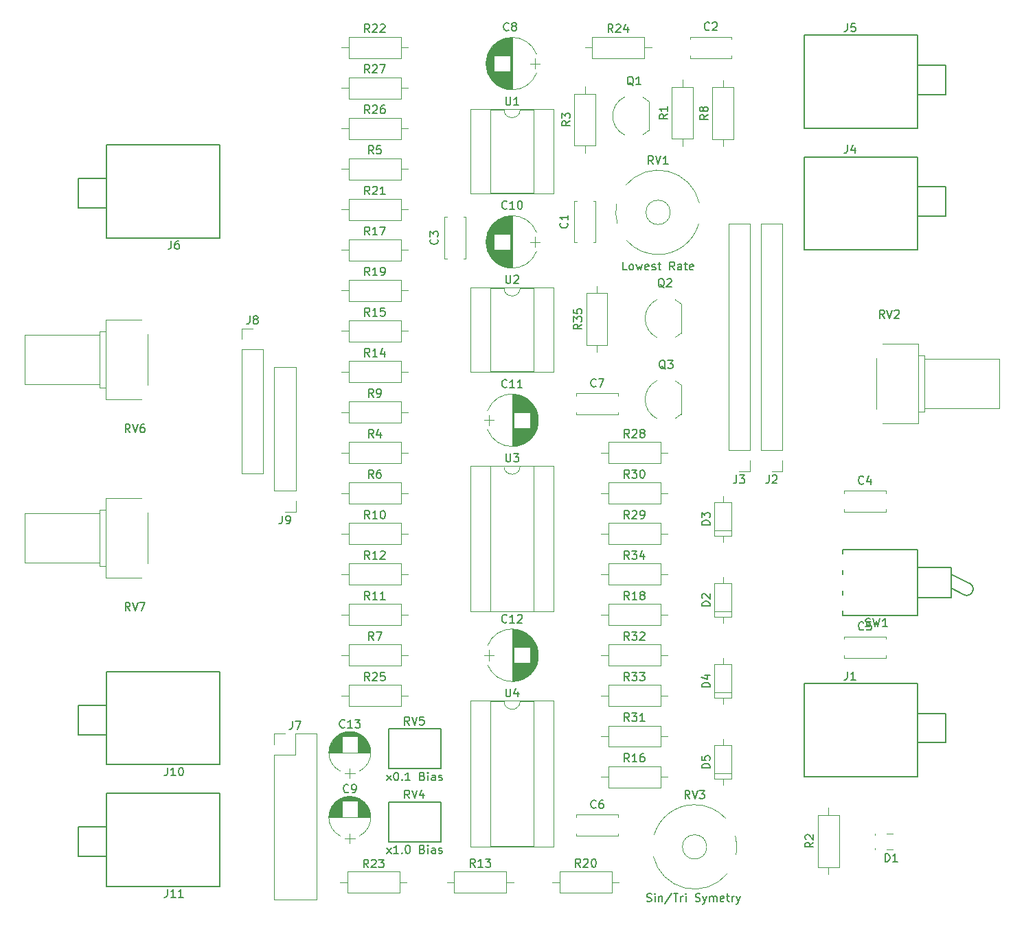
<source format=gbr>
G04 #@! TF.GenerationSoftware,KiCad,Pcbnew,(5.1.5)-3*
G04 #@! TF.CreationDate,2020-12-05T20:34:46-07:00*
G04 #@! TF.ProjectId,LFO_THT,4c464f5f-5448-4542-9e6b-696361645f70,rev?*
G04 #@! TF.SameCoordinates,Original*
G04 #@! TF.FileFunction,Legend,Top*
G04 #@! TF.FilePolarity,Positive*
%FSLAX46Y46*%
G04 Gerber Fmt 4.6, Leading zero omitted, Abs format (unit mm)*
G04 Created by KiCad (PCBNEW (5.1.5)-3) date 2020-12-05 20:34:46*
%MOMM*%
%LPD*%
G04 APERTURE LIST*
%ADD10C,0.150000*%
%ADD11C,0.120000*%
G04 APERTURE END LIST*
D10*
X64166666Y-31452380D02*
X63690476Y-31452380D01*
X63690476Y-30452380D01*
X64642857Y-31452380D02*
X64547619Y-31404761D01*
X64500000Y-31357142D01*
X64452380Y-31261904D01*
X64452380Y-30976190D01*
X64500000Y-30880952D01*
X64547619Y-30833333D01*
X64642857Y-30785714D01*
X64785714Y-30785714D01*
X64880952Y-30833333D01*
X64928571Y-30880952D01*
X64976190Y-30976190D01*
X64976190Y-31261904D01*
X64928571Y-31357142D01*
X64880952Y-31404761D01*
X64785714Y-31452380D01*
X64642857Y-31452380D01*
X65309523Y-30785714D02*
X65500000Y-31452380D01*
X65690476Y-30976190D01*
X65880952Y-31452380D01*
X66071428Y-30785714D01*
X66833333Y-31404761D02*
X66738095Y-31452380D01*
X66547619Y-31452380D01*
X66452380Y-31404761D01*
X66404761Y-31309523D01*
X66404761Y-30928571D01*
X66452380Y-30833333D01*
X66547619Y-30785714D01*
X66738095Y-30785714D01*
X66833333Y-30833333D01*
X66880952Y-30928571D01*
X66880952Y-31023809D01*
X66404761Y-31119047D01*
X67261904Y-31404761D02*
X67357142Y-31452380D01*
X67547619Y-31452380D01*
X67642857Y-31404761D01*
X67690476Y-31309523D01*
X67690476Y-31261904D01*
X67642857Y-31166666D01*
X67547619Y-31119047D01*
X67404761Y-31119047D01*
X67309523Y-31071428D01*
X67261904Y-30976190D01*
X67261904Y-30928571D01*
X67309523Y-30833333D01*
X67404761Y-30785714D01*
X67547619Y-30785714D01*
X67642857Y-30833333D01*
X67976190Y-30785714D02*
X68357142Y-30785714D01*
X68119047Y-30452380D02*
X68119047Y-31309523D01*
X68166666Y-31404761D01*
X68261904Y-31452380D01*
X68357142Y-31452380D01*
X70023809Y-31452380D02*
X69690476Y-30976190D01*
X69452380Y-31452380D02*
X69452380Y-30452380D01*
X69833333Y-30452380D01*
X69928571Y-30500000D01*
X69976190Y-30547619D01*
X70023809Y-30642857D01*
X70023809Y-30785714D01*
X69976190Y-30880952D01*
X69928571Y-30928571D01*
X69833333Y-30976190D01*
X69452380Y-30976190D01*
X70880952Y-31452380D02*
X70880952Y-30928571D01*
X70833333Y-30833333D01*
X70738095Y-30785714D01*
X70547619Y-30785714D01*
X70452380Y-30833333D01*
X70880952Y-31404761D02*
X70785714Y-31452380D01*
X70547619Y-31452380D01*
X70452380Y-31404761D01*
X70404761Y-31309523D01*
X70404761Y-31214285D01*
X70452380Y-31119047D01*
X70547619Y-31071428D01*
X70785714Y-31071428D01*
X70880952Y-31023809D01*
X71214285Y-30785714D02*
X71595238Y-30785714D01*
X71357142Y-30452380D02*
X71357142Y-31309523D01*
X71404761Y-31404761D01*
X71500000Y-31452380D01*
X71595238Y-31452380D01*
X72309523Y-31404761D02*
X72214285Y-31452380D01*
X72023809Y-31452380D01*
X71928571Y-31404761D01*
X71880952Y-31309523D01*
X71880952Y-30928571D01*
X71928571Y-30833333D01*
X72023809Y-30785714D01*
X72214285Y-30785714D01*
X72309523Y-30833333D01*
X72357142Y-30928571D01*
X72357142Y-31023809D01*
X71880952Y-31119047D01*
X34571428Y-94452380D02*
X35095238Y-93785714D01*
X34571428Y-93785714D02*
X35095238Y-94452380D01*
X35666666Y-93452380D02*
X35761904Y-93452380D01*
X35857142Y-93500000D01*
X35904761Y-93547619D01*
X35952380Y-93642857D01*
X36000000Y-93833333D01*
X36000000Y-94071428D01*
X35952380Y-94261904D01*
X35904761Y-94357142D01*
X35857142Y-94404761D01*
X35761904Y-94452380D01*
X35666666Y-94452380D01*
X35571428Y-94404761D01*
X35523809Y-94357142D01*
X35476190Y-94261904D01*
X35428571Y-94071428D01*
X35428571Y-93833333D01*
X35476190Y-93642857D01*
X35523809Y-93547619D01*
X35571428Y-93500000D01*
X35666666Y-93452380D01*
X36428571Y-94357142D02*
X36476190Y-94404761D01*
X36428571Y-94452380D01*
X36380952Y-94404761D01*
X36428571Y-94357142D01*
X36428571Y-94452380D01*
X37428571Y-94452380D02*
X36857142Y-94452380D01*
X37142857Y-94452380D02*
X37142857Y-93452380D01*
X37047619Y-93595238D01*
X36952380Y-93690476D01*
X36857142Y-93738095D01*
X38952380Y-93928571D02*
X39095238Y-93976190D01*
X39142857Y-94023809D01*
X39190476Y-94119047D01*
X39190476Y-94261904D01*
X39142857Y-94357142D01*
X39095238Y-94404761D01*
X39000000Y-94452380D01*
X38619047Y-94452380D01*
X38619047Y-93452380D01*
X38952380Y-93452380D01*
X39047619Y-93500000D01*
X39095238Y-93547619D01*
X39142857Y-93642857D01*
X39142857Y-93738095D01*
X39095238Y-93833333D01*
X39047619Y-93880952D01*
X38952380Y-93928571D01*
X38619047Y-93928571D01*
X39619047Y-94452380D02*
X39619047Y-93785714D01*
X39619047Y-93452380D02*
X39571428Y-93500000D01*
X39619047Y-93547619D01*
X39666666Y-93500000D01*
X39619047Y-93452380D01*
X39619047Y-93547619D01*
X40523809Y-94452380D02*
X40523809Y-93928571D01*
X40476190Y-93833333D01*
X40380952Y-93785714D01*
X40190476Y-93785714D01*
X40095238Y-93833333D01*
X40523809Y-94404761D02*
X40428571Y-94452380D01*
X40190476Y-94452380D01*
X40095238Y-94404761D01*
X40047619Y-94309523D01*
X40047619Y-94214285D01*
X40095238Y-94119047D01*
X40190476Y-94071428D01*
X40428571Y-94071428D01*
X40523809Y-94023809D01*
X40952380Y-94404761D02*
X41047619Y-94452380D01*
X41238095Y-94452380D01*
X41333333Y-94404761D01*
X41380952Y-94309523D01*
X41380952Y-94261904D01*
X41333333Y-94166666D01*
X41238095Y-94119047D01*
X41095238Y-94119047D01*
X41000000Y-94071428D01*
X40952380Y-93976190D01*
X40952380Y-93928571D01*
X41000000Y-93833333D01*
X41095238Y-93785714D01*
X41238095Y-93785714D01*
X41333333Y-93833333D01*
X34571428Y-103452380D02*
X35095238Y-102785714D01*
X34571428Y-102785714D02*
X35095238Y-103452380D01*
X36000000Y-103452380D02*
X35428571Y-103452380D01*
X35714285Y-103452380D02*
X35714285Y-102452380D01*
X35619047Y-102595238D01*
X35523809Y-102690476D01*
X35428571Y-102738095D01*
X36428571Y-103357142D02*
X36476190Y-103404761D01*
X36428571Y-103452380D01*
X36380952Y-103404761D01*
X36428571Y-103357142D01*
X36428571Y-103452380D01*
X37095238Y-102452380D02*
X37190476Y-102452380D01*
X37285714Y-102500000D01*
X37333333Y-102547619D01*
X37380952Y-102642857D01*
X37428571Y-102833333D01*
X37428571Y-103071428D01*
X37380952Y-103261904D01*
X37333333Y-103357142D01*
X37285714Y-103404761D01*
X37190476Y-103452380D01*
X37095238Y-103452380D01*
X37000000Y-103404761D01*
X36952380Y-103357142D01*
X36904761Y-103261904D01*
X36857142Y-103071428D01*
X36857142Y-102833333D01*
X36904761Y-102642857D01*
X36952380Y-102547619D01*
X37000000Y-102500000D01*
X37095238Y-102452380D01*
X38952380Y-102928571D02*
X39095238Y-102976190D01*
X39142857Y-103023809D01*
X39190476Y-103119047D01*
X39190476Y-103261904D01*
X39142857Y-103357142D01*
X39095238Y-103404761D01*
X39000000Y-103452380D01*
X38619047Y-103452380D01*
X38619047Y-102452380D01*
X38952380Y-102452380D01*
X39047619Y-102500000D01*
X39095238Y-102547619D01*
X39142857Y-102642857D01*
X39142857Y-102738095D01*
X39095238Y-102833333D01*
X39047619Y-102880952D01*
X38952380Y-102928571D01*
X38619047Y-102928571D01*
X39619047Y-103452380D02*
X39619047Y-102785714D01*
X39619047Y-102452380D02*
X39571428Y-102500000D01*
X39619047Y-102547619D01*
X39666666Y-102500000D01*
X39619047Y-102452380D01*
X39619047Y-102547619D01*
X40523809Y-103452380D02*
X40523809Y-102928571D01*
X40476190Y-102833333D01*
X40380952Y-102785714D01*
X40190476Y-102785714D01*
X40095238Y-102833333D01*
X40523809Y-103404761D02*
X40428571Y-103452380D01*
X40190476Y-103452380D01*
X40095238Y-103404761D01*
X40047619Y-103309523D01*
X40047619Y-103214285D01*
X40095238Y-103119047D01*
X40190476Y-103071428D01*
X40428571Y-103071428D01*
X40523809Y-103023809D01*
X40952380Y-103404761D02*
X41047619Y-103452380D01*
X41238095Y-103452380D01*
X41333333Y-103404761D01*
X41380952Y-103309523D01*
X41380952Y-103261904D01*
X41333333Y-103166666D01*
X41238095Y-103119047D01*
X41095238Y-103119047D01*
X41000000Y-103071428D01*
X40952380Y-102976190D01*
X40952380Y-102928571D01*
X41000000Y-102833333D01*
X41095238Y-102785714D01*
X41238095Y-102785714D01*
X41333333Y-102833333D01*
X66611904Y-109354761D02*
X66754761Y-109402380D01*
X66992857Y-109402380D01*
X67088095Y-109354761D01*
X67135714Y-109307142D01*
X67183333Y-109211904D01*
X67183333Y-109116666D01*
X67135714Y-109021428D01*
X67088095Y-108973809D01*
X66992857Y-108926190D01*
X66802380Y-108878571D01*
X66707142Y-108830952D01*
X66659523Y-108783333D01*
X66611904Y-108688095D01*
X66611904Y-108592857D01*
X66659523Y-108497619D01*
X66707142Y-108450000D01*
X66802380Y-108402380D01*
X67040476Y-108402380D01*
X67183333Y-108450000D01*
X67611904Y-109402380D02*
X67611904Y-108735714D01*
X67611904Y-108402380D02*
X67564285Y-108450000D01*
X67611904Y-108497619D01*
X67659523Y-108450000D01*
X67611904Y-108402380D01*
X67611904Y-108497619D01*
X68088095Y-108735714D02*
X68088095Y-109402380D01*
X68088095Y-108830952D02*
X68135714Y-108783333D01*
X68230952Y-108735714D01*
X68373809Y-108735714D01*
X68469047Y-108783333D01*
X68516666Y-108878571D01*
X68516666Y-109402380D01*
X69707142Y-108354761D02*
X68850000Y-109640476D01*
X69897619Y-108402380D02*
X70469047Y-108402380D01*
X70183333Y-109402380D02*
X70183333Y-108402380D01*
X70802380Y-109402380D02*
X70802380Y-108735714D01*
X70802380Y-108926190D02*
X70850000Y-108830952D01*
X70897619Y-108783333D01*
X70992857Y-108735714D01*
X71088095Y-108735714D01*
X71421428Y-109402380D02*
X71421428Y-108735714D01*
X71421428Y-108402380D02*
X71373809Y-108450000D01*
X71421428Y-108497619D01*
X71469047Y-108450000D01*
X71421428Y-108402380D01*
X71421428Y-108497619D01*
X72611904Y-109354761D02*
X72754761Y-109402380D01*
X72992857Y-109402380D01*
X73088095Y-109354761D01*
X73135714Y-109307142D01*
X73183333Y-109211904D01*
X73183333Y-109116666D01*
X73135714Y-109021428D01*
X73088095Y-108973809D01*
X72992857Y-108926190D01*
X72802380Y-108878571D01*
X72707142Y-108830952D01*
X72659523Y-108783333D01*
X72611904Y-108688095D01*
X72611904Y-108592857D01*
X72659523Y-108497619D01*
X72707142Y-108450000D01*
X72802380Y-108402380D01*
X73040476Y-108402380D01*
X73183333Y-108450000D01*
X73516666Y-108735714D02*
X73754761Y-109402380D01*
X73992857Y-108735714D02*
X73754761Y-109402380D01*
X73659523Y-109640476D01*
X73611904Y-109688095D01*
X73516666Y-109735714D01*
X74373809Y-109402380D02*
X74373809Y-108735714D01*
X74373809Y-108830952D02*
X74421428Y-108783333D01*
X74516666Y-108735714D01*
X74659523Y-108735714D01*
X74754761Y-108783333D01*
X74802380Y-108878571D01*
X74802380Y-109402380D01*
X74802380Y-108878571D02*
X74850000Y-108783333D01*
X74945238Y-108735714D01*
X75088095Y-108735714D01*
X75183333Y-108783333D01*
X75230952Y-108878571D01*
X75230952Y-109402380D01*
X76088095Y-109354761D02*
X75992857Y-109402380D01*
X75802380Y-109402380D01*
X75707142Y-109354761D01*
X75659523Y-109259523D01*
X75659523Y-108878571D01*
X75707142Y-108783333D01*
X75802380Y-108735714D01*
X75992857Y-108735714D01*
X76088095Y-108783333D01*
X76135714Y-108878571D01*
X76135714Y-108973809D01*
X75659523Y-109069047D01*
X76421428Y-108735714D02*
X76802380Y-108735714D01*
X76564285Y-108402380D02*
X76564285Y-109259523D01*
X76611904Y-109354761D01*
X76707142Y-109402380D01*
X76802380Y-109402380D01*
X77135714Y-109402380D02*
X77135714Y-108735714D01*
X77135714Y-108926190D02*
X77183333Y-108830952D01*
X77230952Y-108783333D01*
X77326190Y-108735714D01*
X77421428Y-108735714D01*
X77659523Y-108735714D02*
X77897619Y-109402380D01*
X78135714Y-108735714D02*
X77897619Y-109402380D01*
X77802380Y-109640476D01*
X77754761Y-109688095D01*
X77659523Y-109735714D01*
D11*
X20670000Y-88670000D02*
X22000000Y-88670000D01*
X20670000Y-90000000D02*
X20670000Y-88670000D01*
X23270000Y-88670000D02*
X25870000Y-88670000D01*
X23270000Y-91270000D02*
X23270000Y-88670000D01*
X20670000Y-91270000D02*
X23270000Y-91270000D01*
X25870000Y-88670000D02*
X25870000Y-109110000D01*
X20670000Y-91270000D02*
X20670000Y-109110000D01*
X20670000Y-109110000D02*
X25870000Y-109110000D01*
X57690000Y-28060000D02*
X57690000Y-22940000D01*
X60310000Y-28060000D02*
X60310000Y-22940000D01*
X57690000Y-28060000D02*
X58004000Y-28060000D01*
X59996000Y-28060000D02*
X60310000Y-28060000D01*
X57690000Y-22940000D02*
X58004000Y-22940000D01*
X59996000Y-22940000D02*
X60310000Y-22940000D01*
X71940000Y-3004000D02*
X71940000Y-2690000D01*
X71940000Y-5310000D02*
X71940000Y-4996000D01*
X77060000Y-3004000D02*
X77060000Y-2690000D01*
X77060000Y-5310000D02*
X77060000Y-4996000D01*
X77060000Y-2690000D02*
X71940000Y-2690000D01*
X77060000Y-5310000D02*
X71940000Y-5310000D01*
X41690000Y-30060000D02*
X41690000Y-24940000D01*
X44310000Y-30060000D02*
X44310000Y-24940000D01*
X41690000Y-30060000D02*
X42004000Y-30060000D01*
X43996000Y-30060000D02*
X44310000Y-30060000D01*
X41690000Y-24940000D02*
X42004000Y-24940000D01*
X43996000Y-24940000D02*
X44310000Y-24940000D01*
X90940000Y-58690000D02*
X96060000Y-58690000D01*
X90940000Y-61310000D02*
X96060000Y-61310000D01*
X90940000Y-58690000D02*
X90940000Y-59004000D01*
X90940000Y-60996000D02*
X90940000Y-61310000D01*
X96060000Y-58690000D02*
X96060000Y-59004000D01*
X96060000Y-60996000D02*
X96060000Y-61310000D01*
X96060000Y-78996000D02*
X96060000Y-79310000D01*
X96060000Y-76690000D02*
X96060000Y-77004000D01*
X90940000Y-78996000D02*
X90940000Y-79310000D01*
X90940000Y-76690000D02*
X90940000Y-77004000D01*
X90940000Y-79310000D02*
X96060000Y-79310000D01*
X90940000Y-76690000D02*
X96060000Y-76690000D01*
X63060000Y-100996000D02*
X63060000Y-101310000D01*
X63060000Y-98690000D02*
X63060000Y-99004000D01*
X57940000Y-100996000D02*
X57940000Y-101310000D01*
X57940000Y-98690000D02*
X57940000Y-99004000D01*
X57940000Y-101310000D02*
X63060000Y-101310000D01*
X57940000Y-98690000D02*
X63060000Y-98690000D01*
X63060000Y-48996000D02*
X63060000Y-49310000D01*
X63060000Y-46690000D02*
X63060000Y-47004000D01*
X57940000Y-48996000D02*
X57940000Y-49310000D01*
X57940000Y-46690000D02*
X57940000Y-47004000D01*
X57940000Y-49310000D02*
X63060000Y-49310000D01*
X57940000Y-46690000D02*
X63060000Y-46690000D01*
X46982180Y-7179136D02*
G75*
G03X53017482Y-7180000I3017820J1179136D01*
G01*
X46982180Y-4820864D02*
G75*
G02X53017482Y-4820000I3017820J-1179136D01*
G01*
X46982180Y-4820864D02*
G75*
G03X46982518Y-7180000I3017820J-1179136D01*
G01*
X50000000Y-9200000D02*
X50000000Y-2800000D01*
X49960000Y-9200000D02*
X49960000Y-2800000D01*
X49920000Y-9200000D02*
X49920000Y-2800000D01*
X49880000Y-9198000D02*
X49880000Y-2802000D01*
X49840000Y-9197000D02*
X49840000Y-2803000D01*
X49800000Y-9194000D02*
X49800000Y-2806000D01*
X49760000Y-9192000D02*
X49760000Y-2808000D01*
X49720000Y-9188000D02*
X49720000Y-6980000D01*
X49720000Y-5020000D02*
X49720000Y-2812000D01*
X49680000Y-9185000D02*
X49680000Y-6980000D01*
X49680000Y-5020000D02*
X49680000Y-2815000D01*
X49640000Y-9180000D02*
X49640000Y-6980000D01*
X49640000Y-5020000D02*
X49640000Y-2820000D01*
X49600000Y-9176000D02*
X49600000Y-6980000D01*
X49600000Y-5020000D02*
X49600000Y-2824000D01*
X49560000Y-9170000D02*
X49560000Y-6980000D01*
X49560000Y-5020000D02*
X49560000Y-2830000D01*
X49520000Y-9165000D02*
X49520000Y-6980000D01*
X49520000Y-5020000D02*
X49520000Y-2835000D01*
X49480000Y-9158000D02*
X49480000Y-6980000D01*
X49480000Y-5020000D02*
X49480000Y-2842000D01*
X49440000Y-9152000D02*
X49440000Y-6980000D01*
X49440000Y-5020000D02*
X49440000Y-2848000D01*
X49400000Y-9144000D02*
X49400000Y-6980000D01*
X49400000Y-5020000D02*
X49400000Y-2856000D01*
X49360000Y-9137000D02*
X49360000Y-6980000D01*
X49360000Y-5020000D02*
X49360000Y-2863000D01*
X49320000Y-9128000D02*
X49320000Y-6980000D01*
X49320000Y-5020000D02*
X49320000Y-2872000D01*
X49279000Y-9119000D02*
X49279000Y-6980000D01*
X49279000Y-5020000D02*
X49279000Y-2881000D01*
X49239000Y-9110000D02*
X49239000Y-6980000D01*
X49239000Y-5020000D02*
X49239000Y-2890000D01*
X49199000Y-9100000D02*
X49199000Y-6980000D01*
X49199000Y-5020000D02*
X49199000Y-2900000D01*
X49159000Y-9090000D02*
X49159000Y-6980000D01*
X49159000Y-5020000D02*
X49159000Y-2910000D01*
X49119000Y-9079000D02*
X49119000Y-6980000D01*
X49119000Y-5020000D02*
X49119000Y-2921000D01*
X49079000Y-9067000D02*
X49079000Y-6980000D01*
X49079000Y-5020000D02*
X49079000Y-2933000D01*
X49039000Y-9055000D02*
X49039000Y-6980000D01*
X49039000Y-5020000D02*
X49039000Y-2945000D01*
X48999000Y-9042000D02*
X48999000Y-6980000D01*
X48999000Y-5020000D02*
X48999000Y-2958000D01*
X48959000Y-9029000D02*
X48959000Y-6980000D01*
X48959000Y-5020000D02*
X48959000Y-2971000D01*
X48919000Y-9015000D02*
X48919000Y-6980000D01*
X48919000Y-5020000D02*
X48919000Y-2985000D01*
X48879000Y-9001000D02*
X48879000Y-6980000D01*
X48879000Y-5020000D02*
X48879000Y-2999000D01*
X48839000Y-8986000D02*
X48839000Y-6980000D01*
X48839000Y-5020000D02*
X48839000Y-3014000D01*
X48799000Y-8970000D02*
X48799000Y-6980000D01*
X48799000Y-5020000D02*
X48799000Y-3030000D01*
X48759000Y-8954000D02*
X48759000Y-6980000D01*
X48759000Y-5020000D02*
X48759000Y-3046000D01*
X48719000Y-8937000D02*
X48719000Y-6980000D01*
X48719000Y-5020000D02*
X48719000Y-3063000D01*
X48679000Y-8919000D02*
X48679000Y-6980000D01*
X48679000Y-5020000D02*
X48679000Y-3081000D01*
X48639000Y-8901000D02*
X48639000Y-6980000D01*
X48639000Y-5020000D02*
X48639000Y-3099000D01*
X48599000Y-8882000D02*
X48599000Y-6980000D01*
X48599000Y-5020000D02*
X48599000Y-3118000D01*
X48559000Y-8863000D02*
X48559000Y-6980000D01*
X48559000Y-5020000D02*
X48559000Y-3137000D01*
X48519000Y-8843000D02*
X48519000Y-6980000D01*
X48519000Y-5020000D02*
X48519000Y-3157000D01*
X48479000Y-8822000D02*
X48479000Y-6980000D01*
X48479000Y-5020000D02*
X48479000Y-3178000D01*
X48439000Y-8800000D02*
X48439000Y-6980000D01*
X48439000Y-5020000D02*
X48439000Y-3200000D01*
X48399000Y-8778000D02*
X48399000Y-6980000D01*
X48399000Y-5020000D02*
X48399000Y-3222000D01*
X48359000Y-8755000D02*
X48359000Y-6980000D01*
X48359000Y-5020000D02*
X48359000Y-3245000D01*
X48319000Y-8731000D02*
X48319000Y-6980000D01*
X48319000Y-5020000D02*
X48319000Y-3269000D01*
X48279000Y-8706000D02*
X48279000Y-6980000D01*
X48279000Y-5020000D02*
X48279000Y-3294000D01*
X48239000Y-8681000D02*
X48239000Y-6980000D01*
X48239000Y-5020000D02*
X48239000Y-3319000D01*
X48199000Y-8654000D02*
X48199000Y-6980000D01*
X48199000Y-5020000D02*
X48199000Y-3346000D01*
X48159000Y-8627000D02*
X48159000Y-6980000D01*
X48159000Y-5020000D02*
X48159000Y-3373000D01*
X48119000Y-8599000D02*
X48119000Y-6980000D01*
X48119000Y-5020000D02*
X48119000Y-3401000D01*
X48079000Y-8570000D02*
X48079000Y-6980000D01*
X48079000Y-5020000D02*
X48079000Y-3430000D01*
X48039000Y-8540000D02*
X48039000Y-6980000D01*
X48039000Y-5020000D02*
X48039000Y-3460000D01*
X47999000Y-8510000D02*
X47999000Y-6980000D01*
X47999000Y-5020000D02*
X47999000Y-3490000D01*
X47959000Y-8478000D02*
X47959000Y-6980000D01*
X47959000Y-5020000D02*
X47959000Y-3522000D01*
X47919000Y-8445000D02*
X47919000Y-6980000D01*
X47919000Y-5020000D02*
X47919000Y-3555000D01*
X47879000Y-8411000D02*
X47879000Y-6980000D01*
X47879000Y-5020000D02*
X47879000Y-3589000D01*
X47839000Y-8375000D02*
X47839000Y-6980000D01*
X47839000Y-5020000D02*
X47839000Y-3625000D01*
X47799000Y-8339000D02*
X47799000Y-6980000D01*
X47799000Y-5020000D02*
X47799000Y-3661000D01*
X47759000Y-8301000D02*
X47759000Y-3699000D01*
X47719000Y-8262000D02*
X47719000Y-3738000D01*
X47679000Y-8222000D02*
X47679000Y-3778000D01*
X47639000Y-8180000D02*
X47639000Y-3820000D01*
X47599000Y-8137000D02*
X47599000Y-3863000D01*
X47559000Y-8092000D02*
X47559000Y-3908000D01*
X47519000Y-8045000D02*
X47519000Y-3955000D01*
X47479000Y-7997000D02*
X47479000Y-4003000D01*
X47439000Y-7946000D02*
X47439000Y-4054000D01*
X47399000Y-7894000D02*
X47399000Y-4106000D01*
X47359000Y-7839000D02*
X47359000Y-4161000D01*
X47319000Y-7781000D02*
X47319000Y-4219000D01*
X47279000Y-7721000D02*
X47279000Y-4279000D01*
X47239000Y-7658000D02*
X47239000Y-4342000D01*
X47199000Y-7591000D02*
X47199000Y-4409000D01*
X47159000Y-7520000D02*
X47159000Y-4480000D01*
X47119000Y-7445000D02*
X47119000Y-4555000D01*
X47079000Y-7364000D02*
X47079000Y-4636000D01*
X47039000Y-7278000D02*
X47039000Y-4722000D01*
X46999000Y-7184000D02*
X46999000Y-4816000D01*
X46959000Y-7081000D02*
X46959000Y-4919000D01*
X46919000Y-6966000D02*
X46919000Y-5034000D01*
X46879000Y-6834000D02*
X46879000Y-5166000D01*
X46839000Y-6676000D02*
X46839000Y-5324000D01*
X46799000Y-6468000D02*
X46799000Y-5532000D01*
X53450000Y-6000000D02*
X52250000Y-6000000D01*
X52850000Y-6650000D02*
X52850000Y-5350000D01*
X29350000Y-101600000D02*
X30650000Y-101600000D01*
X30000000Y-102200000D02*
X30000000Y-101000000D01*
X29646000Y-96439000D02*
X30354000Y-96439000D01*
X29441000Y-96479000D02*
X30559000Y-96479000D01*
X29293000Y-96519000D02*
X30707000Y-96519000D01*
X29171000Y-96559000D02*
X30829000Y-96559000D01*
X29066000Y-96599000D02*
X30934000Y-96599000D01*
X28972000Y-96639000D02*
X31028000Y-96639000D01*
X28888000Y-96679000D02*
X31112000Y-96679000D01*
X28811000Y-96719000D02*
X31189000Y-96719000D01*
X28739000Y-96759000D02*
X31261000Y-96759000D01*
X28673000Y-96799000D02*
X31327000Y-96799000D01*
X28610000Y-96839000D02*
X31390000Y-96839000D01*
X28552000Y-96879000D02*
X31448000Y-96879000D01*
X28496000Y-96919000D02*
X31504000Y-96919000D01*
X28444000Y-96959000D02*
X31556000Y-96959000D01*
X28394000Y-96999000D02*
X31606000Y-96999000D01*
X30980000Y-97039000D02*
X31654000Y-97039000D01*
X28346000Y-97039000D02*
X29020000Y-97039000D01*
X30980000Y-97079000D02*
X31699000Y-97079000D01*
X28301000Y-97079000D02*
X29020000Y-97079000D01*
X30980000Y-97119000D02*
X31742000Y-97119000D01*
X28258000Y-97119000D02*
X29020000Y-97119000D01*
X30980000Y-97159000D02*
X31783000Y-97159000D01*
X28217000Y-97159000D02*
X29020000Y-97159000D01*
X30980000Y-97199000D02*
X31823000Y-97199000D01*
X28177000Y-97199000D02*
X29020000Y-97199000D01*
X30980000Y-97239000D02*
X31861000Y-97239000D01*
X28139000Y-97239000D02*
X29020000Y-97239000D01*
X30980000Y-97279000D02*
X31897000Y-97279000D01*
X28103000Y-97279000D02*
X29020000Y-97279000D01*
X30980000Y-97319000D02*
X31932000Y-97319000D01*
X28068000Y-97319000D02*
X29020000Y-97319000D01*
X30980000Y-97359000D02*
X31965000Y-97359000D01*
X28035000Y-97359000D02*
X29020000Y-97359000D01*
X30980000Y-97399000D02*
X31997000Y-97399000D01*
X28003000Y-97399000D02*
X29020000Y-97399000D01*
X30980000Y-97439000D02*
X32028000Y-97439000D01*
X27972000Y-97439000D02*
X29020000Y-97439000D01*
X30980000Y-97479000D02*
X32058000Y-97479000D01*
X27942000Y-97479000D02*
X29020000Y-97479000D01*
X30980000Y-97519000D02*
X32086000Y-97519000D01*
X27914000Y-97519000D02*
X29020000Y-97519000D01*
X30980000Y-97559000D02*
X32113000Y-97559000D01*
X27887000Y-97559000D02*
X29020000Y-97559000D01*
X30980000Y-97599000D02*
X32140000Y-97599000D01*
X27860000Y-97599000D02*
X29020000Y-97599000D01*
X30980000Y-97639000D02*
X32165000Y-97639000D01*
X27835000Y-97639000D02*
X29020000Y-97639000D01*
X30980000Y-97679000D02*
X32189000Y-97679000D01*
X27811000Y-97679000D02*
X29020000Y-97679000D01*
X30980000Y-97719000D02*
X32212000Y-97719000D01*
X27788000Y-97719000D02*
X29020000Y-97719000D01*
X30980000Y-97759000D02*
X32234000Y-97759000D01*
X27766000Y-97759000D02*
X29020000Y-97759000D01*
X30980000Y-97799000D02*
X32256000Y-97799000D01*
X27744000Y-97799000D02*
X29020000Y-97799000D01*
X30980000Y-97839000D02*
X32276000Y-97839000D01*
X27724000Y-97839000D02*
X29020000Y-97839000D01*
X30980000Y-97879000D02*
X32296000Y-97879000D01*
X27704000Y-97879000D02*
X29020000Y-97879000D01*
X30980000Y-97919000D02*
X32315000Y-97919000D01*
X27685000Y-97919000D02*
X29020000Y-97919000D01*
X30980000Y-97959000D02*
X32333000Y-97959000D01*
X27667000Y-97959000D02*
X29020000Y-97959000D01*
X30980000Y-97999000D02*
X32350000Y-97999000D01*
X27650000Y-97999000D02*
X29020000Y-97999000D01*
X30980000Y-98039000D02*
X32366000Y-98039000D01*
X27634000Y-98039000D02*
X29020000Y-98039000D01*
X30980000Y-98079000D02*
X32382000Y-98079000D01*
X27618000Y-98079000D02*
X29020000Y-98079000D01*
X30980000Y-98119000D02*
X32396000Y-98119000D01*
X27604000Y-98119000D02*
X29020000Y-98119000D01*
X30980000Y-98159000D02*
X32410000Y-98159000D01*
X27590000Y-98159000D02*
X29020000Y-98159000D01*
X30980000Y-98199000D02*
X32424000Y-98199000D01*
X27576000Y-98199000D02*
X29020000Y-98199000D01*
X30980000Y-98239000D02*
X32436000Y-98239000D01*
X27564000Y-98239000D02*
X29020000Y-98239000D01*
X30980000Y-98279000D02*
X32448000Y-98279000D01*
X27552000Y-98279000D02*
X29020000Y-98279000D01*
X30980000Y-98320000D02*
X32460000Y-98320000D01*
X27540000Y-98320000D02*
X29020000Y-98320000D01*
X30980000Y-98360000D02*
X32470000Y-98360000D01*
X27530000Y-98360000D02*
X29020000Y-98360000D01*
X30980000Y-98400000D02*
X32480000Y-98400000D01*
X27520000Y-98400000D02*
X29020000Y-98400000D01*
X30980000Y-98440000D02*
X32489000Y-98440000D01*
X27511000Y-98440000D02*
X29020000Y-98440000D01*
X30980000Y-98480000D02*
X32498000Y-98480000D01*
X27502000Y-98480000D02*
X29020000Y-98480000D01*
X30980000Y-98520000D02*
X32506000Y-98520000D01*
X27494000Y-98520000D02*
X29020000Y-98520000D01*
X30980000Y-98560000D02*
X32513000Y-98560000D01*
X27487000Y-98560000D02*
X29020000Y-98560000D01*
X30980000Y-98600000D02*
X32519000Y-98600000D01*
X27481000Y-98600000D02*
X29020000Y-98600000D01*
X30980000Y-98640000D02*
X32525000Y-98640000D01*
X27475000Y-98640000D02*
X29020000Y-98640000D01*
X30980000Y-98680000D02*
X32531000Y-98680000D01*
X27469000Y-98680000D02*
X29020000Y-98680000D01*
X30980000Y-98720000D02*
X32535000Y-98720000D01*
X27465000Y-98720000D02*
X29020000Y-98720000D01*
X30980000Y-98760000D02*
X32539000Y-98760000D01*
X27461000Y-98760000D02*
X29020000Y-98760000D01*
X30980000Y-98800000D02*
X32543000Y-98800000D01*
X27457000Y-98800000D02*
X29020000Y-98800000D01*
X30980000Y-98840000D02*
X32546000Y-98840000D01*
X27454000Y-98840000D02*
X29020000Y-98840000D01*
X30980000Y-98880000D02*
X32548000Y-98880000D01*
X27452000Y-98880000D02*
X29020000Y-98880000D01*
X30980000Y-98920000D02*
X32549000Y-98920000D01*
X27451000Y-98920000D02*
X29020000Y-98920000D01*
X30980000Y-98960000D02*
X32550000Y-98960000D01*
X27450000Y-98960000D02*
X29020000Y-98960000D01*
X27450000Y-99000000D02*
X32550000Y-99000000D01*
X31179723Y-96694278D02*
G75*
G03X28820000Y-96694420I-1179723J-2305722D01*
G01*
X31179723Y-96694278D02*
G75*
G02X31180000Y-101305580I-1179723J-2305722D01*
G01*
X28820277Y-96694278D02*
G75*
G03X28820000Y-101305580I1179723J-2305722D01*
G01*
X52850000Y-28650000D02*
X52850000Y-27350000D01*
X53450000Y-28000000D02*
X52250000Y-28000000D01*
X46799000Y-28468000D02*
X46799000Y-27532000D01*
X46839000Y-28676000D02*
X46839000Y-27324000D01*
X46879000Y-28834000D02*
X46879000Y-27166000D01*
X46919000Y-28966000D02*
X46919000Y-27034000D01*
X46959000Y-29081000D02*
X46959000Y-26919000D01*
X46999000Y-29184000D02*
X46999000Y-26816000D01*
X47039000Y-29278000D02*
X47039000Y-26722000D01*
X47079000Y-29364000D02*
X47079000Y-26636000D01*
X47119000Y-29445000D02*
X47119000Y-26555000D01*
X47159000Y-29520000D02*
X47159000Y-26480000D01*
X47199000Y-29591000D02*
X47199000Y-26409000D01*
X47239000Y-29658000D02*
X47239000Y-26342000D01*
X47279000Y-29721000D02*
X47279000Y-26279000D01*
X47319000Y-29781000D02*
X47319000Y-26219000D01*
X47359000Y-29839000D02*
X47359000Y-26161000D01*
X47399000Y-29894000D02*
X47399000Y-26106000D01*
X47439000Y-29946000D02*
X47439000Y-26054000D01*
X47479000Y-29997000D02*
X47479000Y-26003000D01*
X47519000Y-30045000D02*
X47519000Y-25955000D01*
X47559000Y-30092000D02*
X47559000Y-25908000D01*
X47599000Y-30137000D02*
X47599000Y-25863000D01*
X47639000Y-30180000D02*
X47639000Y-25820000D01*
X47679000Y-30222000D02*
X47679000Y-25778000D01*
X47719000Y-30262000D02*
X47719000Y-25738000D01*
X47759000Y-30301000D02*
X47759000Y-25699000D01*
X47799000Y-27020000D02*
X47799000Y-25661000D01*
X47799000Y-30339000D02*
X47799000Y-28980000D01*
X47839000Y-27020000D02*
X47839000Y-25625000D01*
X47839000Y-30375000D02*
X47839000Y-28980000D01*
X47879000Y-27020000D02*
X47879000Y-25589000D01*
X47879000Y-30411000D02*
X47879000Y-28980000D01*
X47919000Y-27020000D02*
X47919000Y-25555000D01*
X47919000Y-30445000D02*
X47919000Y-28980000D01*
X47959000Y-27020000D02*
X47959000Y-25522000D01*
X47959000Y-30478000D02*
X47959000Y-28980000D01*
X47999000Y-27020000D02*
X47999000Y-25490000D01*
X47999000Y-30510000D02*
X47999000Y-28980000D01*
X48039000Y-27020000D02*
X48039000Y-25460000D01*
X48039000Y-30540000D02*
X48039000Y-28980000D01*
X48079000Y-27020000D02*
X48079000Y-25430000D01*
X48079000Y-30570000D02*
X48079000Y-28980000D01*
X48119000Y-27020000D02*
X48119000Y-25401000D01*
X48119000Y-30599000D02*
X48119000Y-28980000D01*
X48159000Y-27020000D02*
X48159000Y-25373000D01*
X48159000Y-30627000D02*
X48159000Y-28980000D01*
X48199000Y-27020000D02*
X48199000Y-25346000D01*
X48199000Y-30654000D02*
X48199000Y-28980000D01*
X48239000Y-27020000D02*
X48239000Y-25319000D01*
X48239000Y-30681000D02*
X48239000Y-28980000D01*
X48279000Y-27020000D02*
X48279000Y-25294000D01*
X48279000Y-30706000D02*
X48279000Y-28980000D01*
X48319000Y-27020000D02*
X48319000Y-25269000D01*
X48319000Y-30731000D02*
X48319000Y-28980000D01*
X48359000Y-27020000D02*
X48359000Y-25245000D01*
X48359000Y-30755000D02*
X48359000Y-28980000D01*
X48399000Y-27020000D02*
X48399000Y-25222000D01*
X48399000Y-30778000D02*
X48399000Y-28980000D01*
X48439000Y-27020000D02*
X48439000Y-25200000D01*
X48439000Y-30800000D02*
X48439000Y-28980000D01*
X48479000Y-27020000D02*
X48479000Y-25178000D01*
X48479000Y-30822000D02*
X48479000Y-28980000D01*
X48519000Y-27020000D02*
X48519000Y-25157000D01*
X48519000Y-30843000D02*
X48519000Y-28980000D01*
X48559000Y-27020000D02*
X48559000Y-25137000D01*
X48559000Y-30863000D02*
X48559000Y-28980000D01*
X48599000Y-27020000D02*
X48599000Y-25118000D01*
X48599000Y-30882000D02*
X48599000Y-28980000D01*
X48639000Y-27020000D02*
X48639000Y-25099000D01*
X48639000Y-30901000D02*
X48639000Y-28980000D01*
X48679000Y-27020000D02*
X48679000Y-25081000D01*
X48679000Y-30919000D02*
X48679000Y-28980000D01*
X48719000Y-27020000D02*
X48719000Y-25063000D01*
X48719000Y-30937000D02*
X48719000Y-28980000D01*
X48759000Y-27020000D02*
X48759000Y-25046000D01*
X48759000Y-30954000D02*
X48759000Y-28980000D01*
X48799000Y-27020000D02*
X48799000Y-25030000D01*
X48799000Y-30970000D02*
X48799000Y-28980000D01*
X48839000Y-27020000D02*
X48839000Y-25014000D01*
X48839000Y-30986000D02*
X48839000Y-28980000D01*
X48879000Y-27020000D02*
X48879000Y-24999000D01*
X48879000Y-31001000D02*
X48879000Y-28980000D01*
X48919000Y-27020000D02*
X48919000Y-24985000D01*
X48919000Y-31015000D02*
X48919000Y-28980000D01*
X48959000Y-27020000D02*
X48959000Y-24971000D01*
X48959000Y-31029000D02*
X48959000Y-28980000D01*
X48999000Y-27020000D02*
X48999000Y-24958000D01*
X48999000Y-31042000D02*
X48999000Y-28980000D01*
X49039000Y-27020000D02*
X49039000Y-24945000D01*
X49039000Y-31055000D02*
X49039000Y-28980000D01*
X49079000Y-27020000D02*
X49079000Y-24933000D01*
X49079000Y-31067000D02*
X49079000Y-28980000D01*
X49119000Y-27020000D02*
X49119000Y-24921000D01*
X49119000Y-31079000D02*
X49119000Y-28980000D01*
X49159000Y-27020000D02*
X49159000Y-24910000D01*
X49159000Y-31090000D02*
X49159000Y-28980000D01*
X49199000Y-27020000D02*
X49199000Y-24900000D01*
X49199000Y-31100000D02*
X49199000Y-28980000D01*
X49239000Y-27020000D02*
X49239000Y-24890000D01*
X49239000Y-31110000D02*
X49239000Y-28980000D01*
X49279000Y-27020000D02*
X49279000Y-24881000D01*
X49279000Y-31119000D02*
X49279000Y-28980000D01*
X49320000Y-27020000D02*
X49320000Y-24872000D01*
X49320000Y-31128000D02*
X49320000Y-28980000D01*
X49360000Y-27020000D02*
X49360000Y-24863000D01*
X49360000Y-31137000D02*
X49360000Y-28980000D01*
X49400000Y-27020000D02*
X49400000Y-24856000D01*
X49400000Y-31144000D02*
X49400000Y-28980000D01*
X49440000Y-27020000D02*
X49440000Y-24848000D01*
X49440000Y-31152000D02*
X49440000Y-28980000D01*
X49480000Y-27020000D02*
X49480000Y-24842000D01*
X49480000Y-31158000D02*
X49480000Y-28980000D01*
X49520000Y-27020000D02*
X49520000Y-24835000D01*
X49520000Y-31165000D02*
X49520000Y-28980000D01*
X49560000Y-27020000D02*
X49560000Y-24830000D01*
X49560000Y-31170000D02*
X49560000Y-28980000D01*
X49600000Y-27020000D02*
X49600000Y-24824000D01*
X49600000Y-31176000D02*
X49600000Y-28980000D01*
X49640000Y-27020000D02*
X49640000Y-24820000D01*
X49640000Y-31180000D02*
X49640000Y-28980000D01*
X49680000Y-27020000D02*
X49680000Y-24815000D01*
X49680000Y-31185000D02*
X49680000Y-28980000D01*
X49720000Y-27020000D02*
X49720000Y-24812000D01*
X49720000Y-31188000D02*
X49720000Y-28980000D01*
X49760000Y-31192000D02*
X49760000Y-24808000D01*
X49800000Y-31194000D02*
X49800000Y-24806000D01*
X49840000Y-31197000D02*
X49840000Y-24803000D01*
X49880000Y-31198000D02*
X49880000Y-24802000D01*
X49920000Y-31200000D02*
X49920000Y-24800000D01*
X49960000Y-31200000D02*
X49960000Y-24800000D01*
X50000000Y-31200000D02*
X50000000Y-24800000D01*
X46982180Y-26820864D02*
G75*
G03X46982518Y-29180000I3017820J-1179136D01*
G01*
X46982180Y-26820864D02*
G75*
G02X53017482Y-26820000I3017820J-1179136D01*
G01*
X46982180Y-29179136D02*
G75*
G03X53017482Y-29180000I3017820J1179136D01*
G01*
X53017820Y-48820864D02*
G75*
G03X46982518Y-48820000I-3017820J-1179136D01*
G01*
X53017820Y-51179136D02*
G75*
G02X46982518Y-51180000I-3017820J1179136D01*
G01*
X53017820Y-51179136D02*
G75*
G03X53017482Y-48820000I-3017820J1179136D01*
G01*
X50000000Y-46800000D02*
X50000000Y-53200000D01*
X50040000Y-46800000D02*
X50040000Y-53200000D01*
X50080000Y-46800000D02*
X50080000Y-53200000D01*
X50120000Y-46802000D02*
X50120000Y-53198000D01*
X50160000Y-46803000D02*
X50160000Y-53197000D01*
X50200000Y-46806000D02*
X50200000Y-53194000D01*
X50240000Y-46808000D02*
X50240000Y-53192000D01*
X50280000Y-46812000D02*
X50280000Y-49020000D01*
X50280000Y-50980000D02*
X50280000Y-53188000D01*
X50320000Y-46815000D02*
X50320000Y-49020000D01*
X50320000Y-50980000D02*
X50320000Y-53185000D01*
X50360000Y-46820000D02*
X50360000Y-49020000D01*
X50360000Y-50980000D02*
X50360000Y-53180000D01*
X50400000Y-46824000D02*
X50400000Y-49020000D01*
X50400000Y-50980000D02*
X50400000Y-53176000D01*
X50440000Y-46830000D02*
X50440000Y-49020000D01*
X50440000Y-50980000D02*
X50440000Y-53170000D01*
X50480000Y-46835000D02*
X50480000Y-49020000D01*
X50480000Y-50980000D02*
X50480000Y-53165000D01*
X50520000Y-46842000D02*
X50520000Y-49020000D01*
X50520000Y-50980000D02*
X50520000Y-53158000D01*
X50560000Y-46848000D02*
X50560000Y-49020000D01*
X50560000Y-50980000D02*
X50560000Y-53152000D01*
X50600000Y-46856000D02*
X50600000Y-49020000D01*
X50600000Y-50980000D02*
X50600000Y-53144000D01*
X50640000Y-46863000D02*
X50640000Y-49020000D01*
X50640000Y-50980000D02*
X50640000Y-53137000D01*
X50680000Y-46872000D02*
X50680000Y-49020000D01*
X50680000Y-50980000D02*
X50680000Y-53128000D01*
X50721000Y-46881000D02*
X50721000Y-49020000D01*
X50721000Y-50980000D02*
X50721000Y-53119000D01*
X50761000Y-46890000D02*
X50761000Y-49020000D01*
X50761000Y-50980000D02*
X50761000Y-53110000D01*
X50801000Y-46900000D02*
X50801000Y-49020000D01*
X50801000Y-50980000D02*
X50801000Y-53100000D01*
X50841000Y-46910000D02*
X50841000Y-49020000D01*
X50841000Y-50980000D02*
X50841000Y-53090000D01*
X50881000Y-46921000D02*
X50881000Y-49020000D01*
X50881000Y-50980000D02*
X50881000Y-53079000D01*
X50921000Y-46933000D02*
X50921000Y-49020000D01*
X50921000Y-50980000D02*
X50921000Y-53067000D01*
X50961000Y-46945000D02*
X50961000Y-49020000D01*
X50961000Y-50980000D02*
X50961000Y-53055000D01*
X51001000Y-46958000D02*
X51001000Y-49020000D01*
X51001000Y-50980000D02*
X51001000Y-53042000D01*
X51041000Y-46971000D02*
X51041000Y-49020000D01*
X51041000Y-50980000D02*
X51041000Y-53029000D01*
X51081000Y-46985000D02*
X51081000Y-49020000D01*
X51081000Y-50980000D02*
X51081000Y-53015000D01*
X51121000Y-46999000D02*
X51121000Y-49020000D01*
X51121000Y-50980000D02*
X51121000Y-53001000D01*
X51161000Y-47014000D02*
X51161000Y-49020000D01*
X51161000Y-50980000D02*
X51161000Y-52986000D01*
X51201000Y-47030000D02*
X51201000Y-49020000D01*
X51201000Y-50980000D02*
X51201000Y-52970000D01*
X51241000Y-47046000D02*
X51241000Y-49020000D01*
X51241000Y-50980000D02*
X51241000Y-52954000D01*
X51281000Y-47063000D02*
X51281000Y-49020000D01*
X51281000Y-50980000D02*
X51281000Y-52937000D01*
X51321000Y-47081000D02*
X51321000Y-49020000D01*
X51321000Y-50980000D02*
X51321000Y-52919000D01*
X51361000Y-47099000D02*
X51361000Y-49020000D01*
X51361000Y-50980000D02*
X51361000Y-52901000D01*
X51401000Y-47118000D02*
X51401000Y-49020000D01*
X51401000Y-50980000D02*
X51401000Y-52882000D01*
X51441000Y-47137000D02*
X51441000Y-49020000D01*
X51441000Y-50980000D02*
X51441000Y-52863000D01*
X51481000Y-47157000D02*
X51481000Y-49020000D01*
X51481000Y-50980000D02*
X51481000Y-52843000D01*
X51521000Y-47178000D02*
X51521000Y-49020000D01*
X51521000Y-50980000D02*
X51521000Y-52822000D01*
X51561000Y-47200000D02*
X51561000Y-49020000D01*
X51561000Y-50980000D02*
X51561000Y-52800000D01*
X51601000Y-47222000D02*
X51601000Y-49020000D01*
X51601000Y-50980000D02*
X51601000Y-52778000D01*
X51641000Y-47245000D02*
X51641000Y-49020000D01*
X51641000Y-50980000D02*
X51641000Y-52755000D01*
X51681000Y-47269000D02*
X51681000Y-49020000D01*
X51681000Y-50980000D02*
X51681000Y-52731000D01*
X51721000Y-47294000D02*
X51721000Y-49020000D01*
X51721000Y-50980000D02*
X51721000Y-52706000D01*
X51761000Y-47319000D02*
X51761000Y-49020000D01*
X51761000Y-50980000D02*
X51761000Y-52681000D01*
X51801000Y-47346000D02*
X51801000Y-49020000D01*
X51801000Y-50980000D02*
X51801000Y-52654000D01*
X51841000Y-47373000D02*
X51841000Y-49020000D01*
X51841000Y-50980000D02*
X51841000Y-52627000D01*
X51881000Y-47401000D02*
X51881000Y-49020000D01*
X51881000Y-50980000D02*
X51881000Y-52599000D01*
X51921000Y-47430000D02*
X51921000Y-49020000D01*
X51921000Y-50980000D02*
X51921000Y-52570000D01*
X51961000Y-47460000D02*
X51961000Y-49020000D01*
X51961000Y-50980000D02*
X51961000Y-52540000D01*
X52001000Y-47490000D02*
X52001000Y-49020000D01*
X52001000Y-50980000D02*
X52001000Y-52510000D01*
X52041000Y-47522000D02*
X52041000Y-49020000D01*
X52041000Y-50980000D02*
X52041000Y-52478000D01*
X52081000Y-47555000D02*
X52081000Y-49020000D01*
X52081000Y-50980000D02*
X52081000Y-52445000D01*
X52121000Y-47589000D02*
X52121000Y-49020000D01*
X52121000Y-50980000D02*
X52121000Y-52411000D01*
X52161000Y-47625000D02*
X52161000Y-49020000D01*
X52161000Y-50980000D02*
X52161000Y-52375000D01*
X52201000Y-47661000D02*
X52201000Y-49020000D01*
X52201000Y-50980000D02*
X52201000Y-52339000D01*
X52241000Y-47699000D02*
X52241000Y-52301000D01*
X52281000Y-47738000D02*
X52281000Y-52262000D01*
X52321000Y-47778000D02*
X52321000Y-52222000D01*
X52361000Y-47820000D02*
X52361000Y-52180000D01*
X52401000Y-47863000D02*
X52401000Y-52137000D01*
X52441000Y-47908000D02*
X52441000Y-52092000D01*
X52481000Y-47955000D02*
X52481000Y-52045000D01*
X52521000Y-48003000D02*
X52521000Y-51997000D01*
X52561000Y-48054000D02*
X52561000Y-51946000D01*
X52601000Y-48106000D02*
X52601000Y-51894000D01*
X52641000Y-48161000D02*
X52641000Y-51839000D01*
X52681000Y-48219000D02*
X52681000Y-51781000D01*
X52721000Y-48279000D02*
X52721000Y-51721000D01*
X52761000Y-48342000D02*
X52761000Y-51658000D01*
X52801000Y-48409000D02*
X52801000Y-51591000D01*
X52841000Y-48480000D02*
X52841000Y-51520000D01*
X52881000Y-48555000D02*
X52881000Y-51445000D01*
X52921000Y-48636000D02*
X52921000Y-51364000D01*
X52961000Y-48722000D02*
X52961000Y-51278000D01*
X53001000Y-48816000D02*
X53001000Y-51184000D01*
X53041000Y-48919000D02*
X53041000Y-51081000D01*
X53081000Y-49034000D02*
X53081000Y-50966000D01*
X53121000Y-49166000D02*
X53121000Y-50834000D01*
X53161000Y-49324000D02*
X53161000Y-50676000D01*
X53201000Y-49532000D02*
X53201000Y-50468000D01*
X46550000Y-50000000D02*
X47750000Y-50000000D01*
X47150000Y-49350000D02*
X47150000Y-50650000D01*
X47150000Y-78350000D02*
X47150000Y-79650000D01*
X46550000Y-79000000D02*
X47750000Y-79000000D01*
X53201000Y-78532000D02*
X53201000Y-79468000D01*
X53161000Y-78324000D02*
X53161000Y-79676000D01*
X53121000Y-78166000D02*
X53121000Y-79834000D01*
X53081000Y-78034000D02*
X53081000Y-79966000D01*
X53041000Y-77919000D02*
X53041000Y-80081000D01*
X53001000Y-77816000D02*
X53001000Y-80184000D01*
X52961000Y-77722000D02*
X52961000Y-80278000D01*
X52921000Y-77636000D02*
X52921000Y-80364000D01*
X52881000Y-77555000D02*
X52881000Y-80445000D01*
X52841000Y-77480000D02*
X52841000Y-80520000D01*
X52801000Y-77409000D02*
X52801000Y-80591000D01*
X52761000Y-77342000D02*
X52761000Y-80658000D01*
X52721000Y-77279000D02*
X52721000Y-80721000D01*
X52681000Y-77219000D02*
X52681000Y-80781000D01*
X52641000Y-77161000D02*
X52641000Y-80839000D01*
X52601000Y-77106000D02*
X52601000Y-80894000D01*
X52561000Y-77054000D02*
X52561000Y-80946000D01*
X52521000Y-77003000D02*
X52521000Y-80997000D01*
X52481000Y-76955000D02*
X52481000Y-81045000D01*
X52441000Y-76908000D02*
X52441000Y-81092000D01*
X52401000Y-76863000D02*
X52401000Y-81137000D01*
X52361000Y-76820000D02*
X52361000Y-81180000D01*
X52321000Y-76778000D02*
X52321000Y-81222000D01*
X52281000Y-76738000D02*
X52281000Y-81262000D01*
X52241000Y-76699000D02*
X52241000Y-81301000D01*
X52201000Y-79980000D02*
X52201000Y-81339000D01*
X52201000Y-76661000D02*
X52201000Y-78020000D01*
X52161000Y-79980000D02*
X52161000Y-81375000D01*
X52161000Y-76625000D02*
X52161000Y-78020000D01*
X52121000Y-79980000D02*
X52121000Y-81411000D01*
X52121000Y-76589000D02*
X52121000Y-78020000D01*
X52081000Y-79980000D02*
X52081000Y-81445000D01*
X52081000Y-76555000D02*
X52081000Y-78020000D01*
X52041000Y-79980000D02*
X52041000Y-81478000D01*
X52041000Y-76522000D02*
X52041000Y-78020000D01*
X52001000Y-79980000D02*
X52001000Y-81510000D01*
X52001000Y-76490000D02*
X52001000Y-78020000D01*
X51961000Y-79980000D02*
X51961000Y-81540000D01*
X51961000Y-76460000D02*
X51961000Y-78020000D01*
X51921000Y-79980000D02*
X51921000Y-81570000D01*
X51921000Y-76430000D02*
X51921000Y-78020000D01*
X51881000Y-79980000D02*
X51881000Y-81599000D01*
X51881000Y-76401000D02*
X51881000Y-78020000D01*
X51841000Y-79980000D02*
X51841000Y-81627000D01*
X51841000Y-76373000D02*
X51841000Y-78020000D01*
X51801000Y-79980000D02*
X51801000Y-81654000D01*
X51801000Y-76346000D02*
X51801000Y-78020000D01*
X51761000Y-79980000D02*
X51761000Y-81681000D01*
X51761000Y-76319000D02*
X51761000Y-78020000D01*
X51721000Y-79980000D02*
X51721000Y-81706000D01*
X51721000Y-76294000D02*
X51721000Y-78020000D01*
X51681000Y-79980000D02*
X51681000Y-81731000D01*
X51681000Y-76269000D02*
X51681000Y-78020000D01*
X51641000Y-79980000D02*
X51641000Y-81755000D01*
X51641000Y-76245000D02*
X51641000Y-78020000D01*
X51601000Y-79980000D02*
X51601000Y-81778000D01*
X51601000Y-76222000D02*
X51601000Y-78020000D01*
X51561000Y-79980000D02*
X51561000Y-81800000D01*
X51561000Y-76200000D02*
X51561000Y-78020000D01*
X51521000Y-79980000D02*
X51521000Y-81822000D01*
X51521000Y-76178000D02*
X51521000Y-78020000D01*
X51481000Y-79980000D02*
X51481000Y-81843000D01*
X51481000Y-76157000D02*
X51481000Y-78020000D01*
X51441000Y-79980000D02*
X51441000Y-81863000D01*
X51441000Y-76137000D02*
X51441000Y-78020000D01*
X51401000Y-79980000D02*
X51401000Y-81882000D01*
X51401000Y-76118000D02*
X51401000Y-78020000D01*
X51361000Y-79980000D02*
X51361000Y-81901000D01*
X51361000Y-76099000D02*
X51361000Y-78020000D01*
X51321000Y-79980000D02*
X51321000Y-81919000D01*
X51321000Y-76081000D02*
X51321000Y-78020000D01*
X51281000Y-79980000D02*
X51281000Y-81937000D01*
X51281000Y-76063000D02*
X51281000Y-78020000D01*
X51241000Y-79980000D02*
X51241000Y-81954000D01*
X51241000Y-76046000D02*
X51241000Y-78020000D01*
X51201000Y-79980000D02*
X51201000Y-81970000D01*
X51201000Y-76030000D02*
X51201000Y-78020000D01*
X51161000Y-79980000D02*
X51161000Y-81986000D01*
X51161000Y-76014000D02*
X51161000Y-78020000D01*
X51121000Y-79980000D02*
X51121000Y-82001000D01*
X51121000Y-75999000D02*
X51121000Y-78020000D01*
X51081000Y-79980000D02*
X51081000Y-82015000D01*
X51081000Y-75985000D02*
X51081000Y-78020000D01*
X51041000Y-79980000D02*
X51041000Y-82029000D01*
X51041000Y-75971000D02*
X51041000Y-78020000D01*
X51001000Y-79980000D02*
X51001000Y-82042000D01*
X51001000Y-75958000D02*
X51001000Y-78020000D01*
X50961000Y-79980000D02*
X50961000Y-82055000D01*
X50961000Y-75945000D02*
X50961000Y-78020000D01*
X50921000Y-79980000D02*
X50921000Y-82067000D01*
X50921000Y-75933000D02*
X50921000Y-78020000D01*
X50881000Y-79980000D02*
X50881000Y-82079000D01*
X50881000Y-75921000D02*
X50881000Y-78020000D01*
X50841000Y-79980000D02*
X50841000Y-82090000D01*
X50841000Y-75910000D02*
X50841000Y-78020000D01*
X50801000Y-79980000D02*
X50801000Y-82100000D01*
X50801000Y-75900000D02*
X50801000Y-78020000D01*
X50761000Y-79980000D02*
X50761000Y-82110000D01*
X50761000Y-75890000D02*
X50761000Y-78020000D01*
X50721000Y-79980000D02*
X50721000Y-82119000D01*
X50721000Y-75881000D02*
X50721000Y-78020000D01*
X50680000Y-79980000D02*
X50680000Y-82128000D01*
X50680000Y-75872000D02*
X50680000Y-78020000D01*
X50640000Y-79980000D02*
X50640000Y-82137000D01*
X50640000Y-75863000D02*
X50640000Y-78020000D01*
X50600000Y-79980000D02*
X50600000Y-82144000D01*
X50600000Y-75856000D02*
X50600000Y-78020000D01*
X50560000Y-79980000D02*
X50560000Y-82152000D01*
X50560000Y-75848000D02*
X50560000Y-78020000D01*
X50520000Y-79980000D02*
X50520000Y-82158000D01*
X50520000Y-75842000D02*
X50520000Y-78020000D01*
X50480000Y-79980000D02*
X50480000Y-82165000D01*
X50480000Y-75835000D02*
X50480000Y-78020000D01*
X50440000Y-79980000D02*
X50440000Y-82170000D01*
X50440000Y-75830000D02*
X50440000Y-78020000D01*
X50400000Y-79980000D02*
X50400000Y-82176000D01*
X50400000Y-75824000D02*
X50400000Y-78020000D01*
X50360000Y-79980000D02*
X50360000Y-82180000D01*
X50360000Y-75820000D02*
X50360000Y-78020000D01*
X50320000Y-79980000D02*
X50320000Y-82185000D01*
X50320000Y-75815000D02*
X50320000Y-78020000D01*
X50280000Y-79980000D02*
X50280000Y-82188000D01*
X50280000Y-75812000D02*
X50280000Y-78020000D01*
X50240000Y-75808000D02*
X50240000Y-82192000D01*
X50200000Y-75806000D02*
X50200000Y-82194000D01*
X50160000Y-75803000D02*
X50160000Y-82197000D01*
X50120000Y-75802000D02*
X50120000Y-82198000D01*
X50080000Y-75800000D02*
X50080000Y-82200000D01*
X50040000Y-75800000D02*
X50040000Y-82200000D01*
X50000000Y-75800000D02*
X50000000Y-82200000D01*
X53017820Y-80179136D02*
G75*
G03X53017482Y-77820000I-3017820J1179136D01*
G01*
X53017820Y-80179136D02*
G75*
G02X46982518Y-80180000I-3017820J1179136D01*
G01*
X53017820Y-77820864D02*
G75*
G03X46982518Y-77820000I-3017820J-1179136D01*
G01*
X28820277Y-88694278D02*
G75*
G03X28820000Y-93305580I1179723J-2305722D01*
G01*
X31179723Y-88694278D02*
G75*
G02X31180000Y-93305580I-1179723J-2305722D01*
G01*
X31179723Y-88694278D02*
G75*
G03X28820000Y-88694420I-1179723J-2305722D01*
G01*
X27450000Y-91000000D02*
X32550000Y-91000000D01*
X27450000Y-90960000D02*
X29020000Y-90960000D01*
X30980000Y-90960000D02*
X32550000Y-90960000D01*
X27451000Y-90920000D02*
X29020000Y-90920000D01*
X30980000Y-90920000D02*
X32549000Y-90920000D01*
X27452000Y-90880000D02*
X29020000Y-90880000D01*
X30980000Y-90880000D02*
X32548000Y-90880000D01*
X27454000Y-90840000D02*
X29020000Y-90840000D01*
X30980000Y-90840000D02*
X32546000Y-90840000D01*
X27457000Y-90800000D02*
X29020000Y-90800000D01*
X30980000Y-90800000D02*
X32543000Y-90800000D01*
X27461000Y-90760000D02*
X29020000Y-90760000D01*
X30980000Y-90760000D02*
X32539000Y-90760000D01*
X27465000Y-90720000D02*
X29020000Y-90720000D01*
X30980000Y-90720000D02*
X32535000Y-90720000D01*
X27469000Y-90680000D02*
X29020000Y-90680000D01*
X30980000Y-90680000D02*
X32531000Y-90680000D01*
X27475000Y-90640000D02*
X29020000Y-90640000D01*
X30980000Y-90640000D02*
X32525000Y-90640000D01*
X27481000Y-90600000D02*
X29020000Y-90600000D01*
X30980000Y-90600000D02*
X32519000Y-90600000D01*
X27487000Y-90560000D02*
X29020000Y-90560000D01*
X30980000Y-90560000D02*
X32513000Y-90560000D01*
X27494000Y-90520000D02*
X29020000Y-90520000D01*
X30980000Y-90520000D02*
X32506000Y-90520000D01*
X27502000Y-90480000D02*
X29020000Y-90480000D01*
X30980000Y-90480000D02*
X32498000Y-90480000D01*
X27511000Y-90440000D02*
X29020000Y-90440000D01*
X30980000Y-90440000D02*
X32489000Y-90440000D01*
X27520000Y-90400000D02*
X29020000Y-90400000D01*
X30980000Y-90400000D02*
X32480000Y-90400000D01*
X27530000Y-90360000D02*
X29020000Y-90360000D01*
X30980000Y-90360000D02*
X32470000Y-90360000D01*
X27540000Y-90320000D02*
X29020000Y-90320000D01*
X30980000Y-90320000D02*
X32460000Y-90320000D01*
X27552000Y-90279000D02*
X29020000Y-90279000D01*
X30980000Y-90279000D02*
X32448000Y-90279000D01*
X27564000Y-90239000D02*
X29020000Y-90239000D01*
X30980000Y-90239000D02*
X32436000Y-90239000D01*
X27576000Y-90199000D02*
X29020000Y-90199000D01*
X30980000Y-90199000D02*
X32424000Y-90199000D01*
X27590000Y-90159000D02*
X29020000Y-90159000D01*
X30980000Y-90159000D02*
X32410000Y-90159000D01*
X27604000Y-90119000D02*
X29020000Y-90119000D01*
X30980000Y-90119000D02*
X32396000Y-90119000D01*
X27618000Y-90079000D02*
X29020000Y-90079000D01*
X30980000Y-90079000D02*
X32382000Y-90079000D01*
X27634000Y-90039000D02*
X29020000Y-90039000D01*
X30980000Y-90039000D02*
X32366000Y-90039000D01*
X27650000Y-89999000D02*
X29020000Y-89999000D01*
X30980000Y-89999000D02*
X32350000Y-89999000D01*
X27667000Y-89959000D02*
X29020000Y-89959000D01*
X30980000Y-89959000D02*
X32333000Y-89959000D01*
X27685000Y-89919000D02*
X29020000Y-89919000D01*
X30980000Y-89919000D02*
X32315000Y-89919000D01*
X27704000Y-89879000D02*
X29020000Y-89879000D01*
X30980000Y-89879000D02*
X32296000Y-89879000D01*
X27724000Y-89839000D02*
X29020000Y-89839000D01*
X30980000Y-89839000D02*
X32276000Y-89839000D01*
X27744000Y-89799000D02*
X29020000Y-89799000D01*
X30980000Y-89799000D02*
X32256000Y-89799000D01*
X27766000Y-89759000D02*
X29020000Y-89759000D01*
X30980000Y-89759000D02*
X32234000Y-89759000D01*
X27788000Y-89719000D02*
X29020000Y-89719000D01*
X30980000Y-89719000D02*
X32212000Y-89719000D01*
X27811000Y-89679000D02*
X29020000Y-89679000D01*
X30980000Y-89679000D02*
X32189000Y-89679000D01*
X27835000Y-89639000D02*
X29020000Y-89639000D01*
X30980000Y-89639000D02*
X32165000Y-89639000D01*
X27860000Y-89599000D02*
X29020000Y-89599000D01*
X30980000Y-89599000D02*
X32140000Y-89599000D01*
X27887000Y-89559000D02*
X29020000Y-89559000D01*
X30980000Y-89559000D02*
X32113000Y-89559000D01*
X27914000Y-89519000D02*
X29020000Y-89519000D01*
X30980000Y-89519000D02*
X32086000Y-89519000D01*
X27942000Y-89479000D02*
X29020000Y-89479000D01*
X30980000Y-89479000D02*
X32058000Y-89479000D01*
X27972000Y-89439000D02*
X29020000Y-89439000D01*
X30980000Y-89439000D02*
X32028000Y-89439000D01*
X28003000Y-89399000D02*
X29020000Y-89399000D01*
X30980000Y-89399000D02*
X31997000Y-89399000D01*
X28035000Y-89359000D02*
X29020000Y-89359000D01*
X30980000Y-89359000D02*
X31965000Y-89359000D01*
X28068000Y-89319000D02*
X29020000Y-89319000D01*
X30980000Y-89319000D02*
X31932000Y-89319000D01*
X28103000Y-89279000D02*
X29020000Y-89279000D01*
X30980000Y-89279000D02*
X31897000Y-89279000D01*
X28139000Y-89239000D02*
X29020000Y-89239000D01*
X30980000Y-89239000D02*
X31861000Y-89239000D01*
X28177000Y-89199000D02*
X29020000Y-89199000D01*
X30980000Y-89199000D02*
X31823000Y-89199000D01*
X28217000Y-89159000D02*
X29020000Y-89159000D01*
X30980000Y-89159000D02*
X31783000Y-89159000D01*
X28258000Y-89119000D02*
X29020000Y-89119000D01*
X30980000Y-89119000D02*
X31742000Y-89119000D01*
X28301000Y-89079000D02*
X29020000Y-89079000D01*
X30980000Y-89079000D02*
X31699000Y-89079000D01*
X28346000Y-89039000D02*
X29020000Y-89039000D01*
X30980000Y-89039000D02*
X31654000Y-89039000D01*
X28394000Y-88999000D02*
X31606000Y-88999000D01*
X28444000Y-88959000D02*
X31556000Y-88959000D01*
X28496000Y-88919000D02*
X31504000Y-88919000D01*
X28552000Y-88879000D02*
X31448000Y-88879000D01*
X28610000Y-88839000D02*
X31390000Y-88839000D01*
X28673000Y-88799000D02*
X31327000Y-88799000D01*
X28739000Y-88759000D02*
X31261000Y-88759000D01*
X28811000Y-88719000D02*
X31189000Y-88719000D01*
X28888000Y-88679000D02*
X31112000Y-88679000D01*
X28972000Y-88639000D02*
X31028000Y-88639000D01*
X29066000Y-88599000D02*
X30934000Y-88599000D01*
X29171000Y-88559000D02*
X30829000Y-88559000D01*
X29293000Y-88519000D02*
X30707000Y-88519000D01*
X29441000Y-88479000D02*
X30559000Y-88479000D01*
X29646000Y-88439000D02*
X30354000Y-88439000D01*
X30000000Y-94200000D02*
X30000000Y-93000000D01*
X29350000Y-93600000D02*
X30650000Y-93600000D01*
X94720000Y-101175000D02*
X94720000Y-100990000D01*
X94720000Y-103010000D02*
X94720000Y-102825000D01*
X94730000Y-100990000D02*
X94720000Y-100990000D01*
X96920000Y-100990000D02*
X96189000Y-100990000D01*
X94730000Y-103010000D02*
X94720000Y-103010000D01*
X96920000Y-103010000D02*
X96189000Y-103010000D01*
X74940000Y-73590000D02*
X77060000Y-73590000D01*
X76000000Y-69360000D02*
X76000000Y-70130000D01*
X76000000Y-75020000D02*
X76000000Y-74250000D01*
X74940000Y-70130000D02*
X74940000Y-74250000D01*
X77060000Y-70130000D02*
X74940000Y-70130000D01*
X77060000Y-74250000D02*
X77060000Y-70130000D01*
X74940000Y-74250000D02*
X77060000Y-74250000D01*
X74940000Y-64250000D02*
X77060000Y-64250000D01*
X77060000Y-64250000D02*
X77060000Y-60130000D01*
X77060000Y-60130000D02*
X74940000Y-60130000D01*
X74940000Y-60130000D02*
X74940000Y-64250000D01*
X76000000Y-65020000D02*
X76000000Y-64250000D01*
X76000000Y-59360000D02*
X76000000Y-60130000D01*
X74940000Y-63590000D02*
X77060000Y-63590000D01*
X74940000Y-83590000D02*
X77060000Y-83590000D01*
X76000000Y-79360000D02*
X76000000Y-80130000D01*
X76000000Y-85020000D02*
X76000000Y-84250000D01*
X74940000Y-80130000D02*
X74940000Y-84250000D01*
X77060000Y-80130000D02*
X74940000Y-80130000D01*
X77060000Y-84250000D02*
X77060000Y-80130000D01*
X74940000Y-84250000D02*
X77060000Y-84250000D01*
X74940000Y-94250000D02*
X77060000Y-94250000D01*
X77060000Y-94250000D02*
X77060000Y-90130000D01*
X77060000Y-90130000D02*
X74940000Y-90130000D01*
X74940000Y-90130000D02*
X74940000Y-94250000D01*
X76000000Y-95020000D02*
X76000000Y-94250000D01*
X76000000Y-89360000D02*
X76000000Y-90130000D01*
X74940000Y-93590000D02*
X77060000Y-93590000D01*
D10*
X100000000Y-94000000D02*
X86000000Y-94000000D01*
X86000000Y-94000000D02*
X86000000Y-82500000D01*
X86000000Y-82500000D02*
X100000000Y-82500000D01*
X100000000Y-82500000D02*
X100000000Y-94000000D01*
X100000000Y-89800000D02*
X103500000Y-89800000D01*
X103500000Y-89800000D02*
X103500000Y-86200000D01*
X100000000Y-86200000D02*
X103500000Y-86200000D01*
D11*
X83330000Y-56330000D02*
X82000000Y-56330000D01*
X83330000Y-55000000D02*
X83330000Y-56330000D01*
X83330000Y-53730000D02*
X80670000Y-53730000D01*
X80670000Y-53730000D02*
X80670000Y-25730000D01*
X83330000Y-53730000D02*
X83330000Y-25730000D01*
X83330000Y-25730000D02*
X80670000Y-25730000D01*
X79330000Y-25730000D02*
X76670000Y-25730000D01*
X79330000Y-53730000D02*
X79330000Y-25730000D01*
X76670000Y-53730000D02*
X76670000Y-25730000D01*
X79330000Y-53730000D02*
X76670000Y-53730000D01*
X79330000Y-55000000D02*
X79330000Y-56330000D01*
X79330000Y-56330000D02*
X78000000Y-56330000D01*
D10*
X100000000Y-29000000D02*
X86000000Y-29000000D01*
X86000000Y-29000000D02*
X86000000Y-17500000D01*
X86000000Y-17500000D02*
X100000000Y-17500000D01*
X100000000Y-17500000D02*
X100000000Y-29000000D01*
X100000000Y-24800000D02*
X103500000Y-24800000D01*
X103500000Y-24800000D02*
X103500000Y-21200000D01*
X100000000Y-21200000D02*
X103500000Y-21200000D01*
X100000000Y-6200000D02*
X103500000Y-6200000D01*
X103500000Y-9800000D02*
X103500000Y-6200000D01*
X100000000Y-9800000D02*
X103500000Y-9800000D01*
X100000000Y-2500000D02*
X100000000Y-14000000D01*
X86000000Y-2500000D02*
X100000000Y-2500000D01*
X86000000Y-14000000D02*
X86000000Y-2500000D01*
X100000000Y-14000000D02*
X86000000Y-14000000D01*
X0Y-23800000D02*
X-3500000Y-23800000D01*
X-3500000Y-20200000D02*
X-3500000Y-23800000D01*
X0Y-20200000D02*
X-3500000Y-20200000D01*
X0Y-27500000D02*
X0Y-16000000D01*
X14000000Y-27500000D02*
X0Y-27500000D01*
X14000000Y-16000000D02*
X14000000Y-27500000D01*
X0Y-16000000D02*
X14000000Y-16000000D01*
D11*
X16670000Y-38670000D02*
X18000000Y-38670000D01*
X16670000Y-40000000D02*
X16670000Y-38670000D01*
X16670000Y-41270000D02*
X19330000Y-41270000D01*
X19330000Y-41270000D02*
X19330000Y-56570000D01*
X16670000Y-41270000D02*
X16670000Y-56570000D01*
X16670000Y-56570000D02*
X19330000Y-56570000D01*
X23330000Y-43430000D02*
X20670000Y-43430000D01*
X23330000Y-58730000D02*
X23330000Y-43430000D01*
X20670000Y-58730000D02*
X20670000Y-43430000D01*
X23330000Y-58730000D02*
X20670000Y-58730000D01*
X23330000Y-60000000D02*
X23330000Y-61330000D01*
X23330000Y-61330000D02*
X22000000Y-61330000D01*
D10*
X0Y-81000000D02*
X14000000Y-81000000D01*
X14000000Y-81000000D02*
X14000000Y-92500000D01*
X14000000Y-92500000D02*
X0Y-92500000D01*
X0Y-92500000D02*
X0Y-81000000D01*
X0Y-85200000D02*
X-3500000Y-85200000D01*
X-3500000Y-85200000D02*
X-3500000Y-88800000D01*
X0Y-88800000D02*
X-3500000Y-88800000D01*
X0Y-103800000D02*
X-3500000Y-103800000D01*
X-3500000Y-100200000D02*
X-3500000Y-103800000D01*
X0Y-100200000D02*
X-3500000Y-100200000D01*
X0Y-107500000D02*
X0Y-96000000D01*
X14000000Y-107500000D02*
X0Y-107500000D01*
X14000000Y-96000000D02*
X14000000Y-107500000D01*
X0Y-96000000D02*
X14000000Y-96000000D01*
D11*
X66122795Y-10135816D02*
G75*
G02X66850000Y-10660000I-1122795J-2324184D01*
G01*
X63901193Y-10103600D02*
G75*
G03X62400000Y-12460000I1098807J-2356400D01*
G01*
X63901193Y-14816400D02*
G75*
G02X62400000Y-12460000I1098807J2356400D01*
G01*
X66122795Y-14784184D02*
G75*
G03X66850000Y-14260000I-1122795J2324184D01*
G01*
X66850000Y-14260000D02*
X66850000Y-10660000D01*
X70850000Y-39260000D02*
X70850000Y-35660000D01*
X70122795Y-39784184D02*
G75*
G03X70850000Y-39260000I-1122795J2324184D01*
G01*
X67901193Y-39816400D02*
G75*
G02X66400000Y-37460000I1098807J2356400D01*
G01*
X67901193Y-35103600D02*
G75*
G03X66400000Y-37460000I1098807J-2356400D01*
G01*
X70122795Y-35135816D02*
G75*
G02X70850000Y-35660000I-1122795J-2324184D01*
G01*
X70122795Y-45135816D02*
G75*
G02X70850000Y-45660000I-1122795J-2324184D01*
G01*
X67901193Y-45103600D02*
G75*
G03X66400000Y-47460000I1098807J-2356400D01*
G01*
X67901193Y-49816400D02*
G75*
G02X66400000Y-47460000I1098807J2356400D01*
G01*
X70122795Y-49784184D02*
G75*
G03X70850000Y-49260000I-1122795J2324184D01*
G01*
X70850000Y-49260000D02*
X70850000Y-45660000D01*
X71000000Y-16180000D02*
X71000000Y-15290000D01*
X71000000Y-7980000D02*
X71000000Y-8870000D01*
X72310000Y-15290000D02*
X72310000Y-8870000D01*
X69690000Y-15290000D02*
X72310000Y-15290000D01*
X69690000Y-8870000D02*
X69690000Y-15290000D01*
X72310000Y-8870000D02*
X69690000Y-8870000D01*
X87690000Y-105130000D02*
X90310000Y-105130000D01*
X90310000Y-105130000D02*
X90310000Y-98710000D01*
X90310000Y-98710000D02*
X87690000Y-98710000D01*
X87690000Y-98710000D02*
X87690000Y-105130000D01*
X89000000Y-106020000D02*
X89000000Y-105130000D01*
X89000000Y-97820000D02*
X89000000Y-98710000D01*
X59000000Y-8820000D02*
X59000000Y-9710000D01*
X59000000Y-17020000D02*
X59000000Y-16130000D01*
X57690000Y-9710000D02*
X57690000Y-16130000D01*
X60310000Y-9710000D02*
X57690000Y-9710000D01*
X60310000Y-16130000D02*
X60310000Y-9710000D01*
X57690000Y-16130000D02*
X60310000Y-16130000D01*
X29870000Y-52690000D02*
X29870000Y-55310000D01*
X29870000Y-55310000D02*
X36290000Y-55310000D01*
X36290000Y-55310000D02*
X36290000Y-52690000D01*
X36290000Y-52690000D02*
X29870000Y-52690000D01*
X28980000Y-54000000D02*
X29870000Y-54000000D01*
X37180000Y-54000000D02*
X36290000Y-54000000D01*
X29870000Y-17690000D02*
X29870000Y-20310000D01*
X29870000Y-20310000D02*
X36290000Y-20310000D01*
X36290000Y-20310000D02*
X36290000Y-17690000D01*
X36290000Y-17690000D02*
X29870000Y-17690000D01*
X28980000Y-19000000D02*
X29870000Y-19000000D01*
X37180000Y-19000000D02*
X36290000Y-19000000D01*
X37180000Y-59000000D02*
X36290000Y-59000000D01*
X28980000Y-59000000D02*
X29870000Y-59000000D01*
X36290000Y-57690000D02*
X29870000Y-57690000D01*
X36290000Y-60310000D02*
X36290000Y-57690000D01*
X29870000Y-60310000D02*
X36290000Y-60310000D01*
X29870000Y-57690000D02*
X29870000Y-60310000D01*
X37180000Y-79000000D02*
X36290000Y-79000000D01*
X28980000Y-79000000D02*
X29870000Y-79000000D01*
X36290000Y-77690000D02*
X29870000Y-77690000D01*
X36290000Y-80310000D02*
X36290000Y-77690000D01*
X29870000Y-80310000D02*
X36290000Y-80310000D01*
X29870000Y-77690000D02*
X29870000Y-80310000D01*
X74690000Y-15330000D02*
X77310000Y-15330000D01*
X77310000Y-15330000D02*
X77310000Y-8910000D01*
X77310000Y-8910000D02*
X74690000Y-8910000D01*
X74690000Y-8910000D02*
X74690000Y-15330000D01*
X76000000Y-16220000D02*
X76000000Y-15330000D01*
X76000000Y-8020000D02*
X76000000Y-8910000D01*
X29870000Y-47690000D02*
X29870000Y-50310000D01*
X29870000Y-50310000D02*
X36290000Y-50310000D01*
X36290000Y-50310000D02*
X36290000Y-47690000D01*
X36290000Y-47690000D02*
X29870000Y-47690000D01*
X28980000Y-49000000D02*
X29870000Y-49000000D01*
X37180000Y-49000000D02*
X36290000Y-49000000D01*
X37180000Y-64000000D02*
X36290000Y-64000000D01*
X28980000Y-64000000D02*
X29870000Y-64000000D01*
X36290000Y-62690000D02*
X29870000Y-62690000D01*
X36290000Y-65310000D02*
X36290000Y-62690000D01*
X29870000Y-65310000D02*
X36290000Y-65310000D01*
X29870000Y-62690000D02*
X29870000Y-65310000D01*
X29870000Y-72690000D02*
X29870000Y-75310000D01*
X29870000Y-75310000D02*
X36290000Y-75310000D01*
X36290000Y-75310000D02*
X36290000Y-72690000D01*
X36290000Y-72690000D02*
X29870000Y-72690000D01*
X28980000Y-74000000D02*
X29870000Y-74000000D01*
X37180000Y-74000000D02*
X36290000Y-74000000D01*
X37180000Y-69000000D02*
X36290000Y-69000000D01*
X28980000Y-69000000D02*
X29870000Y-69000000D01*
X36290000Y-67690000D02*
X29870000Y-67690000D01*
X36290000Y-70310000D02*
X36290000Y-67690000D01*
X29870000Y-70310000D02*
X36290000Y-70310000D01*
X29870000Y-67690000D02*
X29870000Y-70310000D01*
X42870000Y-105690000D02*
X42870000Y-108310000D01*
X42870000Y-108310000D02*
X49290000Y-108310000D01*
X49290000Y-108310000D02*
X49290000Y-105690000D01*
X49290000Y-105690000D02*
X42870000Y-105690000D01*
X41980000Y-107000000D02*
X42870000Y-107000000D01*
X50180000Y-107000000D02*
X49290000Y-107000000D01*
X37180000Y-44000000D02*
X36290000Y-44000000D01*
X28980000Y-44000000D02*
X29870000Y-44000000D01*
X36290000Y-42690000D02*
X29870000Y-42690000D01*
X36290000Y-45310000D02*
X36290000Y-42690000D01*
X29870000Y-45310000D02*
X36290000Y-45310000D01*
X29870000Y-42690000D02*
X29870000Y-45310000D01*
X37180000Y-39000000D02*
X36290000Y-39000000D01*
X28980000Y-39000000D02*
X29870000Y-39000000D01*
X36290000Y-37690000D02*
X29870000Y-37690000D01*
X36290000Y-40310000D02*
X36290000Y-37690000D01*
X29870000Y-40310000D02*
X36290000Y-40310000D01*
X29870000Y-37690000D02*
X29870000Y-40310000D01*
X61870000Y-92690000D02*
X61870000Y-95310000D01*
X61870000Y-95310000D02*
X68290000Y-95310000D01*
X68290000Y-95310000D02*
X68290000Y-92690000D01*
X68290000Y-92690000D02*
X61870000Y-92690000D01*
X60980000Y-94000000D02*
X61870000Y-94000000D01*
X69180000Y-94000000D02*
X68290000Y-94000000D01*
X37180000Y-29000000D02*
X36290000Y-29000000D01*
X28980000Y-29000000D02*
X29870000Y-29000000D01*
X36290000Y-27690000D02*
X29870000Y-27690000D01*
X36290000Y-30310000D02*
X36290000Y-27690000D01*
X29870000Y-30310000D02*
X36290000Y-30310000D01*
X29870000Y-27690000D02*
X29870000Y-30310000D01*
X61870000Y-72690000D02*
X61870000Y-75310000D01*
X61870000Y-75310000D02*
X68290000Y-75310000D01*
X68290000Y-75310000D02*
X68290000Y-72690000D01*
X68290000Y-72690000D02*
X61870000Y-72690000D01*
X60980000Y-74000000D02*
X61870000Y-74000000D01*
X69180000Y-74000000D02*
X68290000Y-74000000D01*
X29870000Y-32690000D02*
X29870000Y-35310000D01*
X29870000Y-35310000D02*
X36290000Y-35310000D01*
X36290000Y-35310000D02*
X36290000Y-32690000D01*
X36290000Y-32690000D02*
X29870000Y-32690000D01*
X28980000Y-34000000D02*
X29870000Y-34000000D01*
X37180000Y-34000000D02*
X36290000Y-34000000D01*
X63180000Y-107000000D02*
X62290000Y-107000000D01*
X54980000Y-107000000D02*
X55870000Y-107000000D01*
X62290000Y-105690000D02*
X55870000Y-105690000D01*
X62290000Y-108310000D02*
X62290000Y-105690000D01*
X55870000Y-108310000D02*
X62290000Y-108310000D01*
X55870000Y-105690000D02*
X55870000Y-108310000D01*
X29870000Y-22690000D02*
X29870000Y-25310000D01*
X29870000Y-25310000D02*
X36290000Y-25310000D01*
X36290000Y-25310000D02*
X36290000Y-22690000D01*
X36290000Y-22690000D02*
X29870000Y-22690000D01*
X28980000Y-24000000D02*
X29870000Y-24000000D01*
X37180000Y-24000000D02*
X36290000Y-24000000D01*
X37180000Y-4000000D02*
X36290000Y-4000000D01*
X28980000Y-4000000D02*
X29870000Y-4000000D01*
X36290000Y-2690000D02*
X29870000Y-2690000D01*
X36290000Y-5310000D02*
X36290000Y-2690000D01*
X29870000Y-5310000D02*
X36290000Y-5310000D01*
X29870000Y-2690000D02*
X29870000Y-5310000D01*
X28820000Y-107000000D02*
X29710000Y-107000000D01*
X37020000Y-107000000D02*
X36130000Y-107000000D01*
X29710000Y-108310000D02*
X36130000Y-108310000D01*
X29710000Y-105690000D02*
X29710000Y-108310000D01*
X36130000Y-105690000D02*
X29710000Y-105690000D01*
X36130000Y-108310000D02*
X36130000Y-105690000D01*
X59870000Y-2690000D02*
X59870000Y-5310000D01*
X59870000Y-5310000D02*
X66290000Y-5310000D01*
X66290000Y-5310000D02*
X66290000Y-2690000D01*
X66290000Y-2690000D02*
X59870000Y-2690000D01*
X58980000Y-4000000D02*
X59870000Y-4000000D01*
X67180000Y-4000000D02*
X66290000Y-4000000D01*
X29870000Y-82690000D02*
X29870000Y-85310000D01*
X29870000Y-85310000D02*
X36290000Y-85310000D01*
X36290000Y-85310000D02*
X36290000Y-82690000D01*
X36290000Y-82690000D02*
X29870000Y-82690000D01*
X28980000Y-84000000D02*
X29870000Y-84000000D01*
X37180000Y-84000000D02*
X36290000Y-84000000D01*
X29870000Y-12690000D02*
X29870000Y-15310000D01*
X29870000Y-15310000D02*
X36290000Y-15310000D01*
X36290000Y-15310000D02*
X36290000Y-12690000D01*
X36290000Y-12690000D02*
X29870000Y-12690000D01*
X28980000Y-14000000D02*
X29870000Y-14000000D01*
X37180000Y-14000000D02*
X36290000Y-14000000D01*
X37180000Y-9000000D02*
X36290000Y-9000000D01*
X28980000Y-9000000D02*
X29870000Y-9000000D01*
X36290000Y-7690000D02*
X29870000Y-7690000D01*
X36290000Y-10310000D02*
X36290000Y-7690000D01*
X29870000Y-10310000D02*
X36290000Y-10310000D01*
X29870000Y-7690000D02*
X29870000Y-10310000D01*
X61870000Y-52690000D02*
X61870000Y-55310000D01*
X61870000Y-55310000D02*
X68290000Y-55310000D01*
X68290000Y-55310000D02*
X68290000Y-52690000D01*
X68290000Y-52690000D02*
X61870000Y-52690000D01*
X60980000Y-54000000D02*
X61870000Y-54000000D01*
X69180000Y-54000000D02*
X68290000Y-54000000D01*
X61870000Y-62690000D02*
X61870000Y-65310000D01*
X61870000Y-65310000D02*
X68290000Y-65310000D01*
X68290000Y-65310000D02*
X68290000Y-62690000D01*
X68290000Y-62690000D02*
X61870000Y-62690000D01*
X60980000Y-64000000D02*
X61870000Y-64000000D01*
X69180000Y-64000000D02*
X68290000Y-64000000D01*
X69180000Y-59000000D02*
X68290000Y-59000000D01*
X60980000Y-59000000D02*
X61870000Y-59000000D01*
X68290000Y-57690000D02*
X61870000Y-57690000D01*
X68290000Y-60310000D02*
X68290000Y-57690000D01*
X61870000Y-60310000D02*
X68290000Y-60310000D01*
X61870000Y-57690000D02*
X61870000Y-60310000D01*
X69180000Y-89000000D02*
X68290000Y-89000000D01*
X60980000Y-89000000D02*
X61870000Y-89000000D01*
X68290000Y-87690000D02*
X61870000Y-87690000D01*
X68290000Y-90310000D02*
X68290000Y-87690000D01*
X61870000Y-90310000D02*
X68290000Y-90310000D01*
X61870000Y-87690000D02*
X61870000Y-90310000D01*
X69180000Y-79000000D02*
X68290000Y-79000000D01*
X60980000Y-79000000D02*
X61870000Y-79000000D01*
X68290000Y-77690000D02*
X61870000Y-77690000D01*
X68290000Y-80310000D02*
X68290000Y-77690000D01*
X61870000Y-80310000D02*
X68290000Y-80310000D01*
X61870000Y-77690000D02*
X61870000Y-80310000D01*
X69180000Y-84000000D02*
X68290000Y-84000000D01*
X60980000Y-84000000D02*
X61870000Y-84000000D01*
X68290000Y-82690000D02*
X61870000Y-82690000D01*
X68290000Y-85310000D02*
X68290000Y-82690000D01*
X61870000Y-85310000D02*
X68290000Y-85310000D01*
X61870000Y-82690000D02*
X61870000Y-85310000D01*
X61870000Y-67690000D02*
X61870000Y-70310000D01*
X61870000Y-70310000D02*
X68290000Y-70310000D01*
X68290000Y-70310000D02*
X68290000Y-67690000D01*
X68290000Y-67690000D02*
X61870000Y-67690000D01*
X60980000Y-69000000D02*
X61870000Y-69000000D01*
X69180000Y-69000000D02*
X68290000Y-69000000D01*
X60450000Y-33420000D02*
X60450000Y-34310000D01*
X60450000Y-41620000D02*
X60450000Y-40730000D01*
X59140000Y-34310000D02*
X59140000Y-40730000D01*
X61760000Y-34310000D02*
X59140000Y-34310000D01*
X61760000Y-40730000D02*
X61760000Y-34310000D01*
X59140000Y-40730000D02*
X61760000Y-40730000D01*
X69500000Y-24350000D02*
G75*
G03X69500000Y-24350000I-1500000J0D01*
G01*
X68090657Y-29559257D02*
G75*
G02X64128000Y-27836000I-90657J5209257D01*
G01*
X62966928Y-25698867D02*
G75*
G02X62885000Y-23356000I5033072J1348867D01*
G01*
X64009383Y-21000053D02*
G75*
G02X73077000Y-23179000I3990617J-3349947D01*
G01*
X73008173Y-25786071D02*
G75*
G02X68000000Y-29560000I-5008173J1436071D01*
G01*
X110060000Y-42440000D02*
X110060000Y-48560000D01*
X100860000Y-42440000D02*
X100860000Y-48560000D01*
X100860000Y-48560000D02*
X110060000Y-48560000D01*
X100860000Y-42440000D02*
X110060000Y-42440000D01*
X100860000Y-42040000D02*
X100860000Y-48960000D01*
X100060000Y-42040000D02*
X100060000Y-48960000D01*
X100060000Y-48960000D02*
X100860000Y-48960000D01*
X100060000Y-42040000D02*
X100860000Y-42040000D01*
X100060000Y-40590000D02*
X100060000Y-50410000D01*
X94940000Y-42375000D02*
X94940000Y-48625000D01*
X95695000Y-50410000D02*
X100060000Y-50410000D01*
X95695000Y-40590000D02*
X100060000Y-40590000D01*
X67491827Y-101213929D02*
G75*
G02X72500000Y-97440000I5008173J-1436071D01*
G01*
X76490617Y-105999947D02*
G75*
G02X67423000Y-103821000I-3990617J3349947D01*
G01*
X77533072Y-101301133D02*
G75*
G02X77615000Y-103644000I-5033072J-1348867D01*
G01*
X72409343Y-97440743D02*
G75*
G02X76372000Y-99164000I90657J-5209257D01*
G01*
X74000000Y-102650000D02*
G75*
G03X74000000Y-102650000I-1500000J0D01*
G01*
D10*
X41200000Y-97100000D02*
X34800000Y-97100000D01*
X41200000Y-97100000D02*
X41200000Y-102000000D01*
X34800000Y-102000000D02*
X41200000Y-102000000D01*
X34800000Y-97100000D02*
X34800000Y-102000000D01*
X34800000Y-88100000D02*
X34800000Y-93000000D01*
X34800000Y-93000000D02*
X41200000Y-93000000D01*
X41200000Y-88100000D02*
X41200000Y-93000000D01*
X41200000Y-88100000D02*
X34800000Y-88100000D01*
D11*
X4305000Y-47410000D02*
X-60000Y-47410000D01*
X4305000Y-37590000D02*
X-60000Y-37590000D01*
X5060000Y-45625000D02*
X5060000Y-39375000D01*
X-60000Y-47410000D02*
X-60000Y-37590000D01*
X-60000Y-45960000D02*
X-860000Y-45960000D01*
X-60000Y-39040000D02*
X-860000Y-39040000D01*
X-60000Y-45960000D02*
X-60000Y-39040000D01*
X-860000Y-45960000D02*
X-860000Y-39040000D01*
X-860000Y-45560000D02*
X-10060000Y-45560000D01*
X-860000Y-39440000D02*
X-10060000Y-39440000D01*
X-860000Y-45560000D02*
X-860000Y-39440000D01*
X-10060000Y-45560000D02*
X-10060000Y-39440000D01*
X-10060000Y-67560000D02*
X-10060000Y-61440000D01*
X-860000Y-67560000D02*
X-860000Y-61440000D01*
X-860000Y-61440000D02*
X-10060000Y-61440000D01*
X-860000Y-67560000D02*
X-10060000Y-67560000D01*
X-860000Y-67960000D02*
X-860000Y-61040000D01*
X-60000Y-67960000D02*
X-60000Y-61040000D01*
X-60000Y-61040000D02*
X-860000Y-61040000D01*
X-60000Y-67960000D02*
X-860000Y-67960000D01*
X-60000Y-69410000D02*
X-60000Y-59590000D01*
X5060000Y-67625000D02*
X5060000Y-61375000D01*
X4305000Y-59590000D02*
X-60000Y-59590000D01*
X4305000Y-69410000D02*
X-60000Y-69410000D01*
D10*
X100000000Y-74065000D02*
X100000000Y-65935000D01*
X100000000Y-65935000D02*
X90730000Y-65935000D01*
X100000000Y-74065000D02*
X90730000Y-74065000D01*
X90730000Y-74065000D02*
X90729000Y-73492500D01*
X90729000Y-71524000D02*
X90729000Y-71016000D01*
X90729000Y-68984000D02*
X90729000Y-68476000D01*
X90729000Y-65936000D02*
X90729000Y-66444000D01*
X100000000Y-71865000D02*
X104100000Y-71865000D01*
X104100000Y-71865000D02*
X104100000Y-68135000D01*
X100000000Y-68135000D02*
X104100000Y-68135000D01*
X104127500Y-70698500D02*
X105715000Y-71524000D01*
X106350000Y-70127000D02*
X104127500Y-69047500D01*
X106401026Y-70113848D02*
G75*
G02X105664201Y-71523999I-355826J-711652D01*
G01*
D11*
X51000000Y-11670000D02*
G75*
G02X49000000Y-11670000I-1000000J0D01*
G01*
X49000000Y-11670000D02*
X47350000Y-11670000D01*
X47350000Y-11670000D02*
X47350000Y-21950000D01*
X47350000Y-21950000D02*
X52650000Y-21950000D01*
X52650000Y-21950000D02*
X52650000Y-11670000D01*
X52650000Y-11670000D02*
X51000000Y-11670000D01*
X44860000Y-11610000D02*
X44860000Y-22010000D01*
X44860000Y-22010000D02*
X55140000Y-22010000D01*
X55140000Y-22010000D02*
X55140000Y-11610000D01*
X55140000Y-11610000D02*
X44860000Y-11610000D01*
X55140000Y-33610000D02*
X44860000Y-33610000D01*
X55140000Y-44010000D02*
X55140000Y-33610000D01*
X44860000Y-44010000D02*
X55140000Y-44010000D01*
X44860000Y-33610000D02*
X44860000Y-44010000D01*
X52650000Y-33670000D02*
X51000000Y-33670000D01*
X52650000Y-43950000D02*
X52650000Y-33670000D01*
X47350000Y-43950000D02*
X52650000Y-43950000D01*
X47350000Y-33670000D02*
X47350000Y-43950000D01*
X49000000Y-33670000D02*
X47350000Y-33670000D01*
X51000000Y-33670000D02*
G75*
G02X49000000Y-33670000I-1000000J0D01*
G01*
X51000000Y-55670000D02*
G75*
G02X49000000Y-55670000I-1000000J0D01*
G01*
X49000000Y-55670000D02*
X47350000Y-55670000D01*
X47350000Y-55670000D02*
X47350000Y-73570000D01*
X47350000Y-73570000D02*
X52650000Y-73570000D01*
X52650000Y-73570000D02*
X52650000Y-55670000D01*
X52650000Y-55670000D02*
X51000000Y-55670000D01*
X44860000Y-55610000D02*
X44860000Y-73630000D01*
X44860000Y-73630000D02*
X55140000Y-73630000D01*
X55140000Y-73630000D02*
X55140000Y-55610000D01*
X55140000Y-55610000D02*
X44860000Y-55610000D01*
X55140000Y-84610000D02*
X44860000Y-84610000D01*
X55140000Y-102630000D02*
X55140000Y-84610000D01*
X44860000Y-102630000D02*
X55140000Y-102630000D01*
X44860000Y-84610000D02*
X44860000Y-102630000D01*
X52650000Y-84670000D02*
X51000000Y-84670000D01*
X52650000Y-102570000D02*
X52650000Y-84670000D01*
X47350000Y-102570000D02*
X52650000Y-102570000D01*
X47350000Y-84670000D02*
X47350000Y-102570000D01*
X49000000Y-84670000D02*
X47350000Y-84670000D01*
X51000000Y-84670000D02*
G75*
G02X49000000Y-84670000I-1000000J0D01*
G01*
D10*
X22936666Y-87122380D02*
X22936666Y-87836666D01*
X22889047Y-87979523D01*
X22793809Y-88074761D01*
X22650952Y-88122380D01*
X22555714Y-88122380D01*
X23317619Y-87122380D02*
X23984285Y-87122380D01*
X23555714Y-88122380D01*
X56797142Y-25666666D02*
X56844761Y-25714285D01*
X56892380Y-25857142D01*
X56892380Y-25952380D01*
X56844761Y-26095238D01*
X56749523Y-26190476D01*
X56654285Y-26238095D01*
X56463809Y-26285714D01*
X56320952Y-26285714D01*
X56130476Y-26238095D01*
X56035238Y-26190476D01*
X55940000Y-26095238D01*
X55892380Y-25952380D01*
X55892380Y-25857142D01*
X55940000Y-25714285D01*
X55987619Y-25666666D01*
X56892380Y-24714285D02*
X56892380Y-25285714D01*
X56892380Y-25000000D02*
X55892380Y-25000000D01*
X56035238Y-25095238D01*
X56130476Y-25190476D01*
X56178095Y-25285714D01*
X74333333Y-1807142D02*
X74285714Y-1854761D01*
X74142857Y-1902380D01*
X74047619Y-1902380D01*
X73904761Y-1854761D01*
X73809523Y-1759523D01*
X73761904Y-1664285D01*
X73714285Y-1473809D01*
X73714285Y-1330952D01*
X73761904Y-1140476D01*
X73809523Y-1045238D01*
X73904761Y-950000D01*
X74047619Y-902380D01*
X74142857Y-902380D01*
X74285714Y-950000D01*
X74333333Y-997619D01*
X74714285Y-997619D02*
X74761904Y-950000D01*
X74857142Y-902380D01*
X75095238Y-902380D01*
X75190476Y-950000D01*
X75238095Y-997619D01*
X75285714Y-1092857D01*
X75285714Y-1188095D01*
X75238095Y-1330952D01*
X74666666Y-1902380D01*
X75285714Y-1902380D01*
X40797142Y-27666666D02*
X40844761Y-27714285D01*
X40892380Y-27857142D01*
X40892380Y-27952380D01*
X40844761Y-28095238D01*
X40749523Y-28190476D01*
X40654285Y-28238095D01*
X40463809Y-28285714D01*
X40320952Y-28285714D01*
X40130476Y-28238095D01*
X40035238Y-28190476D01*
X39940000Y-28095238D01*
X39892380Y-27952380D01*
X39892380Y-27857142D01*
X39940000Y-27714285D01*
X39987619Y-27666666D01*
X39892380Y-27333333D02*
X39892380Y-26714285D01*
X40273333Y-27047619D01*
X40273333Y-26904761D01*
X40320952Y-26809523D01*
X40368571Y-26761904D01*
X40463809Y-26714285D01*
X40701904Y-26714285D01*
X40797142Y-26761904D01*
X40844761Y-26809523D01*
X40892380Y-26904761D01*
X40892380Y-27190476D01*
X40844761Y-27285714D01*
X40797142Y-27333333D01*
X93333333Y-57797142D02*
X93285714Y-57844761D01*
X93142857Y-57892380D01*
X93047619Y-57892380D01*
X92904761Y-57844761D01*
X92809523Y-57749523D01*
X92761904Y-57654285D01*
X92714285Y-57463809D01*
X92714285Y-57320952D01*
X92761904Y-57130476D01*
X92809523Y-57035238D01*
X92904761Y-56940000D01*
X93047619Y-56892380D01*
X93142857Y-56892380D01*
X93285714Y-56940000D01*
X93333333Y-56987619D01*
X94190476Y-57225714D02*
X94190476Y-57892380D01*
X93952380Y-56844761D02*
X93714285Y-57559047D01*
X94333333Y-57559047D01*
X93333333Y-75797142D02*
X93285714Y-75844761D01*
X93142857Y-75892380D01*
X93047619Y-75892380D01*
X92904761Y-75844761D01*
X92809523Y-75749523D01*
X92761904Y-75654285D01*
X92714285Y-75463809D01*
X92714285Y-75320952D01*
X92761904Y-75130476D01*
X92809523Y-75035238D01*
X92904761Y-74940000D01*
X93047619Y-74892380D01*
X93142857Y-74892380D01*
X93285714Y-74940000D01*
X93333333Y-74987619D01*
X94238095Y-74892380D02*
X93761904Y-74892380D01*
X93714285Y-75368571D01*
X93761904Y-75320952D01*
X93857142Y-75273333D01*
X94095238Y-75273333D01*
X94190476Y-75320952D01*
X94238095Y-75368571D01*
X94285714Y-75463809D01*
X94285714Y-75701904D01*
X94238095Y-75797142D01*
X94190476Y-75844761D01*
X94095238Y-75892380D01*
X93857142Y-75892380D01*
X93761904Y-75844761D01*
X93714285Y-75797142D01*
X60333333Y-97797142D02*
X60285714Y-97844761D01*
X60142857Y-97892380D01*
X60047619Y-97892380D01*
X59904761Y-97844761D01*
X59809523Y-97749523D01*
X59761904Y-97654285D01*
X59714285Y-97463809D01*
X59714285Y-97320952D01*
X59761904Y-97130476D01*
X59809523Y-97035238D01*
X59904761Y-96940000D01*
X60047619Y-96892380D01*
X60142857Y-96892380D01*
X60285714Y-96940000D01*
X60333333Y-96987619D01*
X61190476Y-96892380D02*
X61000000Y-96892380D01*
X60904761Y-96940000D01*
X60857142Y-96987619D01*
X60761904Y-97130476D01*
X60714285Y-97320952D01*
X60714285Y-97701904D01*
X60761904Y-97797142D01*
X60809523Y-97844761D01*
X60904761Y-97892380D01*
X61095238Y-97892380D01*
X61190476Y-97844761D01*
X61238095Y-97797142D01*
X61285714Y-97701904D01*
X61285714Y-97463809D01*
X61238095Y-97368571D01*
X61190476Y-97320952D01*
X61095238Y-97273333D01*
X60904761Y-97273333D01*
X60809523Y-97320952D01*
X60761904Y-97368571D01*
X60714285Y-97463809D01*
X60333333Y-45797142D02*
X60285714Y-45844761D01*
X60142857Y-45892380D01*
X60047619Y-45892380D01*
X59904761Y-45844761D01*
X59809523Y-45749523D01*
X59761904Y-45654285D01*
X59714285Y-45463809D01*
X59714285Y-45320952D01*
X59761904Y-45130476D01*
X59809523Y-45035238D01*
X59904761Y-44940000D01*
X60047619Y-44892380D01*
X60142857Y-44892380D01*
X60285714Y-44940000D01*
X60333333Y-44987619D01*
X60666666Y-44892380D02*
X61333333Y-44892380D01*
X60904761Y-45892380D01*
X49583333Y-1857142D02*
X49535714Y-1904761D01*
X49392857Y-1952380D01*
X49297619Y-1952380D01*
X49154761Y-1904761D01*
X49059523Y-1809523D01*
X49011904Y-1714285D01*
X48964285Y-1523809D01*
X48964285Y-1380952D01*
X49011904Y-1190476D01*
X49059523Y-1095238D01*
X49154761Y-1000000D01*
X49297619Y-952380D01*
X49392857Y-952380D01*
X49535714Y-1000000D01*
X49583333Y-1047619D01*
X50154761Y-1380952D02*
X50059523Y-1333333D01*
X50011904Y-1285714D01*
X49964285Y-1190476D01*
X49964285Y-1142857D01*
X50011904Y-1047619D01*
X50059523Y-1000000D01*
X50154761Y-952380D01*
X50345238Y-952380D01*
X50440476Y-1000000D01*
X50488095Y-1047619D01*
X50535714Y-1142857D01*
X50535714Y-1190476D01*
X50488095Y-1285714D01*
X50440476Y-1333333D01*
X50345238Y-1380952D01*
X50154761Y-1380952D01*
X50059523Y-1428571D01*
X50011904Y-1476190D01*
X49964285Y-1571428D01*
X49964285Y-1761904D01*
X50011904Y-1857142D01*
X50059523Y-1904761D01*
X50154761Y-1952380D01*
X50345238Y-1952380D01*
X50440476Y-1904761D01*
X50488095Y-1857142D01*
X50535714Y-1761904D01*
X50535714Y-1571428D01*
X50488095Y-1476190D01*
X50440476Y-1428571D01*
X50345238Y-1380952D01*
X29833333Y-95857142D02*
X29785714Y-95904761D01*
X29642857Y-95952380D01*
X29547619Y-95952380D01*
X29404761Y-95904761D01*
X29309523Y-95809523D01*
X29261904Y-95714285D01*
X29214285Y-95523809D01*
X29214285Y-95380952D01*
X29261904Y-95190476D01*
X29309523Y-95095238D01*
X29404761Y-95000000D01*
X29547619Y-94952380D01*
X29642857Y-94952380D01*
X29785714Y-95000000D01*
X29833333Y-95047619D01*
X30309523Y-95952380D02*
X30500000Y-95952380D01*
X30595238Y-95904761D01*
X30642857Y-95857142D01*
X30738095Y-95714285D01*
X30785714Y-95523809D01*
X30785714Y-95142857D01*
X30738095Y-95047619D01*
X30690476Y-95000000D01*
X30595238Y-94952380D01*
X30404761Y-94952380D01*
X30309523Y-95000000D01*
X30261904Y-95047619D01*
X30214285Y-95142857D01*
X30214285Y-95380952D01*
X30261904Y-95476190D01*
X30309523Y-95523809D01*
X30404761Y-95571428D01*
X30595238Y-95571428D01*
X30690476Y-95523809D01*
X30738095Y-95476190D01*
X30785714Y-95380952D01*
X49357142Y-23857142D02*
X49309523Y-23904761D01*
X49166666Y-23952380D01*
X49071428Y-23952380D01*
X48928571Y-23904761D01*
X48833333Y-23809523D01*
X48785714Y-23714285D01*
X48738095Y-23523809D01*
X48738095Y-23380952D01*
X48785714Y-23190476D01*
X48833333Y-23095238D01*
X48928571Y-23000000D01*
X49071428Y-22952380D01*
X49166666Y-22952380D01*
X49309523Y-23000000D01*
X49357142Y-23047619D01*
X50309523Y-23952380D02*
X49738095Y-23952380D01*
X50023809Y-23952380D02*
X50023809Y-22952380D01*
X49928571Y-23095238D01*
X49833333Y-23190476D01*
X49738095Y-23238095D01*
X50928571Y-22952380D02*
X51023809Y-22952380D01*
X51119047Y-23000000D01*
X51166666Y-23047619D01*
X51214285Y-23142857D01*
X51261904Y-23333333D01*
X51261904Y-23571428D01*
X51214285Y-23761904D01*
X51166666Y-23857142D01*
X51119047Y-23904761D01*
X51023809Y-23952380D01*
X50928571Y-23952380D01*
X50833333Y-23904761D01*
X50785714Y-23857142D01*
X50738095Y-23761904D01*
X50690476Y-23571428D01*
X50690476Y-23333333D01*
X50738095Y-23142857D01*
X50785714Y-23047619D01*
X50833333Y-23000000D01*
X50928571Y-22952380D01*
X49357142Y-45897142D02*
X49309523Y-45944761D01*
X49166666Y-45992380D01*
X49071428Y-45992380D01*
X48928571Y-45944761D01*
X48833333Y-45849523D01*
X48785714Y-45754285D01*
X48738095Y-45563809D01*
X48738095Y-45420952D01*
X48785714Y-45230476D01*
X48833333Y-45135238D01*
X48928571Y-45040000D01*
X49071428Y-44992380D01*
X49166666Y-44992380D01*
X49309523Y-45040000D01*
X49357142Y-45087619D01*
X50309523Y-45992380D02*
X49738095Y-45992380D01*
X50023809Y-45992380D02*
X50023809Y-44992380D01*
X49928571Y-45135238D01*
X49833333Y-45230476D01*
X49738095Y-45278095D01*
X51261904Y-45992380D02*
X50690476Y-45992380D01*
X50976190Y-45992380D02*
X50976190Y-44992380D01*
X50880952Y-45135238D01*
X50785714Y-45230476D01*
X50690476Y-45278095D01*
X49357142Y-74897142D02*
X49309523Y-74944761D01*
X49166666Y-74992380D01*
X49071428Y-74992380D01*
X48928571Y-74944761D01*
X48833333Y-74849523D01*
X48785714Y-74754285D01*
X48738095Y-74563809D01*
X48738095Y-74420952D01*
X48785714Y-74230476D01*
X48833333Y-74135238D01*
X48928571Y-74040000D01*
X49071428Y-73992380D01*
X49166666Y-73992380D01*
X49309523Y-74040000D01*
X49357142Y-74087619D01*
X50309523Y-74992380D02*
X49738095Y-74992380D01*
X50023809Y-74992380D02*
X50023809Y-73992380D01*
X49928571Y-74135238D01*
X49833333Y-74230476D01*
X49738095Y-74278095D01*
X50690476Y-74087619D02*
X50738095Y-74040000D01*
X50833333Y-73992380D01*
X51071428Y-73992380D01*
X51166666Y-74040000D01*
X51214285Y-74087619D01*
X51261904Y-74182857D01*
X51261904Y-74278095D01*
X51214285Y-74420952D01*
X50642857Y-74992380D01*
X51261904Y-74992380D01*
X29357142Y-87857142D02*
X29309523Y-87904761D01*
X29166666Y-87952380D01*
X29071428Y-87952380D01*
X28928571Y-87904761D01*
X28833333Y-87809523D01*
X28785714Y-87714285D01*
X28738095Y-87523809D01*
X28738095Y-87380952D01*
X28785714Y-87190476D01*
X28833333Y-87095238D01*
X28928571Y-87000000D01*
X29071428Y-86952380D01*
X29166666Y-86952380D01*
X29309523Y-87000000D01*
X29357142Y-87047619D01*
X30309523Y-87952380D02*
X29738095Y-87952380D01*
X30023809Y-87952380D02*
X30023809Y-86952380D01*
X29928571Y-87095238D01*
X29833333Y-87190476D01*
X29738095Y-87238095D01*
X30642857Y-86952380D02*
X31261904Y-86952380D01*
X30928571Y-87333333D01*
X31071428Y-87333333D01*
X31166666Y-87380952D01*
X31214285Y-87428571D01*
X31261904Y-87523809D01*
X31261904Y-87761904D01*
X31214285Y-87857142D01*
X31166666Y-87904761D01*
X31071428Y-87952380D01*
X30785714Y-87952380D01*
X30690476Y-87904761D01*
X30642857Y-87857142D01*
X95991904Y-104462380D02*
X95991904Y-103462380D01*
X96230000Y-103462380D01*
X96372857Y-103510000D01*
X96468095Y-103605238D01*
X96515714Y-103700476D01*
X96563333Y-103890952D01*
X96563333Y-104033809D01*
X96515714Y-104224285D01*
X96468095Y-104319523D01*
X96372857Y-104414761D01*
X96230000Y-104462380D01*
X95991904Y-104462380D01*
X97515714Y-104462380D02*
X96944285Y-104462380D01*
X97230000Y-104462380D02*
X97230000Y-103462380D01*
X97134761Y-103605238D01*
X97039523Y-103700476D01*
X96944285Y-103748095D01*
X74392380Y-72928095D02*
X73392380Y-72928095D01*
X73392380Y-72690000D01*
X73440000Y-72547142D01*
X73535238Y-72451904D01*
X73630476Y-72404285D01*
X73820952Y-72356666D01*
X73963809Y-72356666D01*
X74154285Y-72404285D01*
X74249523Y-72451904D01*
X74344761Y-72547142D01*
X74392380Y-72690000D01*
X74392380Y-72928095D01*
X73487619Y-71975714D02*
X73440000Y-71928095D01*
X73392380Y-71832857D01*
X73392380Y-71594761D01*
X73440000Y-71499523D01*
X73487619Y-71451904D01*
X73582857Y-71404285D01*
X73678095Y-71404285D01*
X73820952Y-71451904D01*
X74392380Y-72023333D01*
X74392380Y-71404285D01*
X74392380Y-62928095D02*
X73392380Y-62928095D01*
X73392380Y-62690000D01*
X73440000Y-62547142D01*
X73535238Y-62451904D01*
X73630476Y-62404285D01*
X73820952Y-62356666D01*
X73963809Y-62356666D01*
X74154285Y-62404285D01*
X74249523Y-62451904D01*
X74344761Y-62547142D01*
X74392380Y-62690000D01*
X74392380Y-62928095D01*
X73392380Y-62023333D02*
X73392380Y-61404285D01*
X73773333Y-61737619D01*
X73773333Y-61594761D01*
X73820952Y-61499523D01*
X73868571Y-61451904D01*
X73963809Y-61404285D01*
X74201904Y-61404285D01*
X74297142Y-61451904D01*
X74344761Y-61499523D01*
X74392380Y-61594761D01*
X74392380Y-61880476D01*
X74344761Y-61975714D01*
X74297142Y-62023333D01*
X74392380Y-82928095D02*
X73392380Y-82928095D01*
X73392380Y-82690000D01*
X73440000Y-82547142D01*
X73535238Y-82451904D01*
X73630476Y-82404285D01*
X73820952Y-82356666D01*
X73963809Y-82356666D01*
X74154285Y-82404285D01*
X74249523Y-82451904D01*
X74344761Y-82547142D01*
X74392380Y-82690000D01*
X74392380Y-82928095D01*
X73725714Y-81499523D02*
X74392380Y-81499523D01*
X73344761Y-81737619D02*
X74059047Y-81975714D01*
X74059047Y-81356666D01*
X74392380Y-92928095D02*
X73392380Y-92928095D01*
X73392380Y-92690000D01*
X73440000Y-92547142D01*
X73535238Y-92451904D01*
X73630476Y-92404285D01*
X73820952Y-92356666D01*
X73963809Y-92356666D01*
X74154285Y-92404285D01*
X74249523Y-92451904D01*
X74344761Y-92547142D01*
X74392380Y-92690000D01*
X74392380Y-92928095D01*
X73392380Y-91451904D02*
X73392380Y-91928095D01*
X73868571Y-91975714D01*
X73820952Y-91928095D01*
X73773333Y-91832857D01*
X73773333Y-91594761D01*
X73820952Y-91499523D01*
X73868571Y-91451904D01*
X73963809Y-91404285D01*
X74201904Y-91404285D01*
X74297142Y-91451904D01*
X74344761Y-91499523D01*
X74392380Y-91594761D01*
X74392380Y-91832857D01*
X74344761Y-91928095D01*
X74297142Y-91975714D01*
X91348166Y-81038880D02*
X91348166Y-81753166D01*
X91300547Y-81896023D01*
X91205309Y-81991261D01*
X91062452Y-82038880D01*
X90967214Y-82038880D01*
X92348166Y-82038880D02*
X91776738Y-82038880D01*
X92062452Y-82038880D02*
X92062452Y-81038880D01*
X91967214Y-81181738D01*
X91871976Y-81276976D01*
X91776738Y-81324595D01*
X81666666Y-56782380D02*
X81666666Y-57496666D01*
X81619047Y-57639523D01*
X81523809Y-57734761D01*
X81380952Y-57782380D01*
X81285714Y-57782380D01*
X82095238Y-56877619D02*
X82142857Y-56830000D01*
X82238095Y-56782380D01*
X82476190Y-56782380D01*
X82571428Y-56830000D01*
X82619047Y-56877619D01*
X82666666Y-56972857D01*
X82666666Y-57068095D01*
X82619047Y-57210952D01*
X82047619Y-57782380D01*
X82666666Y-57782380D01*
X77666666Y-56782380D02*
X77666666Y-57496666D01*
X77619047Y-57639523D01*
X77523809Y-57734761D01*
X77380952Y-57782380D01*
X77285714Y-57782380D01*
X78047619Y-56782380D02*
X78666666Y-56782380D01*
X78333333Y-57163333D01*
X78476190Y-57163333D01*
X78571428Y-57210952D01*
X78619047Y-57258571D01*
X78666666Y-57353809D01*
X78666666Y-57591904D01*
X78619047Y-57687142D01*
X78571428Y-57734761D01*
X78476190Y-57782380D01*
X78190476Y-57782380D01*
X78095238Y-57734761D01*
X78047619Y-57687142D01*
X91348166Y-16038880D02*
X91348166Y-16753166D01*
X91300547Y-16896023D01*
X91205309Y-16991261D01*
X91062452Y-17038880D01*
X90967214Y-17038880D01*
X92252928Y-16372214D02*
X92252928Y-17038880D01*
X92014833Y-15991261D02*
X91776738Y-16705547D01*
X92395785Y-16705547D01*
X91348166Y-1038880D02*
X91348166Y-1753166D01*
X91300547Y-1896023D01*
X91205309Y-1991261D01*
X91062452Y-2038880D01*
X90967214Y-2038880D01*
X92300547Y-1038880D02*
X91824357Y-1038880D01*
X91776738Y-1515071D01*
X91824357Y-1467452D01*
X91919595Y-1419833D01*
X92157690Y-1419833D01*
X92252928Y-1467452D01*
X92300547Y-1515071D01*
X92348166Y-1610309D01*
X92348166Y-1848404D01*
X92300547Y-1943642D01*
X92252928Y-1991261D01*
X92157690Y-2038880D01*
X91919595Y-2038880D01*
X91824357Y-1991261D01*
X91776738Y-1943642D01*
X7985166Y-27865880D02*
X7985166Y-28580166D01*
X7937547Y-28723023D01*
X7842309Y-28818261D01*
X7699452Y-28865880D01*
X7604214Y-28865880D01*
X8889928Y-27865880D02*
X8699452Y-27865880D01*
X8604214Y-27913500D01*
X8556595Y-27961119D01*
X8461357Y-28103976D01*
X8413738Y-28294452D01*
X8413738Y-28675404D01*
X8461357Y-28770642D01*
X8508976Y-28818261D01*
X8604214Y-28865880D01*
X8794690Y-28865880D01*
X8889928Y-28818261D01*
X8937547Y-28770642D01*
X8985166Y-28675404D01*
X8985166Y-28437309D01*
X8937547Y-28342071D01*
X8889928Y-28294452D01*
X8794690Y-28246833D01*
X8604214Y-28246833D01*
X8508976Y-28294452D01*
X8461357Y-28342071D01*
X8413738Y-28437309D01*
X17666666Y-37122380D02*
X17666666Y-37836666D01*
X17619047Y-37979523D01*
X17523809Y-38074761D01*
X17380952Y-38122380D01*
X17285714Y-38122380D01*
X18285714Y-37550952D02*
X18190476Y-37503333D01*
X18142857Y-37455714D01*
X18095238Y-37360476D01*
X18095238Y-37312857D01*
X18142857Y-37217619D01*
X18190476Y-37170000D01*
X18285714Y-37122380D01*
X18476190Y-37122380D01*
X18571428Y-37170000D01*
X18619047Y-37217619D01*
X18666666Y-37312857D01*
X18666666Y-37360476D01*
X18619047Y-37455714D01*
X18571428Y-37503333D01*
X18476190Y-37550952D01*
X18285714Y-37550952D01*
X18190476Y-37598571D01*
X18142857Y-37646190D01*
X18095238Y-37741428D01*
X18095238Y-37931904D01*
X18142857Y-38027142D01*
X18190476Y-38074761D01*
X18285714Y-38122380D01*
X18476190Y-38122380D01*
X18571428Y-38074761D01*
X18619047Y-38027142D01*
X18666666Y-37931904D01*
X18666666Y-37741428D01*
X18619047Y-37646190D01*
X18571428Y-37598571D01*
X18476190Y-37550952D01*
X21666666Y-61782380D02*
X21666666Y-62496666D01*
X21619047Y-62639523D01*
X21523809Y-62734761D01*
X21380952Y-62782380D01*
X21285714Y-62782380D01*
X22190476Y-62782380D02*
X22380952Y-62782380D01*
X22476190Y-62734761D01*
X22523809Y-62687142D01*
X22619047Y-62544285D01*
X22666666Y-62353809D01*
X22666666Y-61972857D01*
X22619047Y-61877619D01*
X22571428Y-61830000D01*
X22476190Y-61782380D01*
X22285714Y-61782380D01*
X22190476Y-61830000D01*
X22142857Y-61877619D01*
X22095238Y-61972857D01*
X22095238Y-62210952D01*
X22142857Y-62306190D01*
X22190476Y-62353809D01*
X22285714Y-62401428D01*
X22476190Y-62401428D01*
X22571428Y-62353809D01*
X22619047Y-62306190D01*
X22666666Y-62210952D01*
X7508976Y-92865880D02*
X7508976Y-93580166D01*
X7461357Y-93723023D01*
X7366119Y-93818261D01*
X7223261Y-93865880D01*
X7128023Y-93865880D01*
X8508976Y-93865880D02*
X7937547Y-93865880D01*
X8223261Y-93865880D02*
X8223261Y-92865880D01*
X8128023Y-93008738D01*
X8032785Y-93103976D01*
X7937547Y-93151595D01*
X9128023Y-92865880D02*
X9223261Y-92865880D01*
X9318500Y-92913500D01*
X9366119Y-92961119D01*
X9413738Y-93056357D01*
X9461357Y-93246833D01*
X9461357Y-93484928D01*
X9413738Y-93675404D01*
X9366119Y-93770642D01*
X9318500Y-93818261D01*
X9223261Y-93865880D01*
X9128023Y-93865880D01*
X9032785Y-93818261D01*
X8985166Y-93770642D01*
X8937547Y-93675404D01*
X8889928Y-93484928D01*
X8889928Y-93246833D01*
X8937547Y-93056357D01*
X8985166Y-92961119D01*
X9032785Y-92913500D01*
X9128023Y-92865880D01*
X7508976Y-107865880D02*
X7508976Y-108580166D01*
X7461357Y-108723023D01*
X7366119Y-108818261D01*
X7223261Y-108865880D01*
X7128023Y-108865880D01*
X8508976Y-108865880D02*
X7937547Y-108865880D01*
X8223261Y-108865880D02*
X8223261Y-107865880D01*
X8128023Y-108008738D01*
X8032785Y-108103976D01*
X7937547Y-108151595D01*
X9461357Y-108865880D02*
X8889928Y-108865880D01*
X9175642Y-108865880D02*
X9175642Y-107865880D01*
X9080404Y-108008738D01*
X8985166Y-108103976D01*
X8889928Y-108151595D01*
X64954761Y-8697619D02*
X64859523Y-8650000D01*
X64764285Y-8554761D01*
X64621428Y-8411904D01*
X64526190Y-8364285D01*
X64430952Y-8364285D01*
X64478571Y-8602380D02*
X64383333Y-8554761D01*
X64288095Y-8459523D01*
X64240476Y-8269047D01*
X64240476Y-7935714D01*
X64288095Y-7745238D01*
X64383333Y-7650000D01*
X64478571Y-7602380D01*
X64669047Y-7602380D01*
X64764285Y-7650000D01*
X64859523Y-7745238D01*
X64907142Y-7935714D01*
X64907142Y-8269047D01*
X64859523Y-8459523D01*
X64764285Y-8554761D01*
X64669047Y-8602380D01*
X64478571Y-8602380D01*
X65859523Y-8602380D02*
X65288095Y-8602380D01*
X65573809Y-8602380D02*
X65573809Y-7602380D01*
X65478571Y-7745238D01*
X65383333Y-7840476D01*
X65288095Y-7888095D01*
X68754761Y-33647619D02*
X68659523Y-33600000D01*
X68564285Y-33504761D01*
X68421428Y-33361904D01*
X68326190Y-33314285D01*
X68230952Y-33314285D01*
X68278571Y-33552380D02*
X68183333Y-33504761D01*
X68088095Y-33409523D01*
X68040476Y-33219047D01*
X68040476Y-32885714D01*
X68088095Y-32695238D01*
X68183333Y-32600000D01*
X68278571Y-32552380D01*
X68469047Y-32552380D01*
X68564285Y-32600000D01*
X68659523Y-32695238D01*
X68707142Y-32885714D01*
X68707142Y-33219047D01*
X68659523Y-33409523D01*
X68564285Y-33504761D01*
X68469047Y-33552380D01*
X68278571Y-33552380D01*
X69088095Y-32647619D02*
X69135714Y-32600000D01*
X69230952Y-32552380D01*
X69469047Y-32552380D01*
X69564285Y-32600000D01*
X69611904Y-32647619D01*
X69659523Y-32742857D01*
X69659523Y-32838095D01*
X69611904Y-32980952D01*
X69040476Y-33552380D01*
X69659523Y-33552380D01*
X68904761Y-43697619D02*
X68809523Y-43650000D01*
X68714285Y-43554761D01*
X68571428Y-43411904D01*
X68476190Y-43364285D01*
X68380952Y-43364285D01*
X68428571Y-43602380D02*
X68333333Y-43554761D01*
X68238095Y-43459523D01*
X68190476Y-43269047D01*
X68190476Y-42935714D01*
X68238095Y-42745238D01*
X68333333Y-42650000D01*
X68428571Y-42602380D01*
X68619047Y-42602380D01*
X68714285Y-42650000D01*
X68809523Y-42745238D01*
X68857142Y-42935714D01*
X68857142Y-43269047D01*
X68809523Y-43459523D01*
X68714285Y-43554761D01*
X68619047Y-43602380D01*
X68428571Y-43602380D01*
X69190476Y-42602380D02*
X69809523Y-42602380D01*
X69476190Y-42983333D01*
X69619047Y-42983333D01*
X69714285Y-43030952D01*
X69761904Y-43078571D01*
X69809523Y-43173809D01*
X69809523Y-43411904D01*
X69761904Y-43507142D01*
X69714285Y-43554761D01*
X69619047Y-43602380D01*
X69333333Y-43602380D01*
X69238095Y-43554761D01*
X69190476Y-43507142D01*
X69152380Y-12246666D02*
X68676190Y-12580000D01*
X69152380Y-12818095D02*
X68152380Y-12818095D01*
X68152380Y-12437142D01*
X68200000Y-12341904D01*
X68247619Y-12294285D01*
X68342857Y-12246666D01*
X68485714Y-12246666D01*
X68580952Y-12294285D01*
X68628571Y-12341904D01*
X68676190Y-12437142D01*
X68676190Y-12818095D01*
X69152380Y-11294285D02*
X69152380Y-11865714D01*
X69152380Y-11580000D02*
X68152380Y-11580000D01*
X68295238Y-11675238D01*
X68390476Y-11770476D01*
X68438095Y-11865714D01*
X87142380Y-102086666D02*
X86666190Y-102420000D01*
X87142380Y-102658095D02*
X86142380Y-102658095D01*
X86142380Y-102277142D01*
X86190000Y-102181904D01*
X86237619Y-102134285D01*
X86332857Y-102086666D01*
X86475714Y-102086666D01*
X86570952Y-102134285D01*
X86618571Y-102181904D01*
X86666190Y-102277142D01*
X86666190Y-102658095D01*
X86237619Y-101705714D02*
X86190000Y-101658095D01*
X86142380Y-101562857D01*
X86142380Y-101324761D01*
X86190000Y-101229523D01*
X86237619Y-101181904D01*
X86332857Y-101134285D01*
X86428095Y-101134285D01*
X86570952Y-101181904D01*
X87142380Y-101753333D01*
X87142380Y-101134285D01*
X57142380Y-13086666D02*
X56666190Y-13420000D01*
X57142380Y-13658095D02*
X56142380Y-13658095D01*
X56142380Y-13277142D01*
X56190000Y-13181904D01*
X56237619Y-13134285D01*
X56332857Y-13086666D01*
X56475714Y-13086666D01*
X56570952Y-13134285D01*
X56618571Y-13181904D01*
X56666190Y-13277142D01*
X56666190Y-13658095D01*
X56142380Y-12753333D02*
X56142380Y-12134285D01*
X56523333Y-12467619D01*
X56523333Y-12324761D01*
X56570952Y-12229523D01*
X56618571Y-12181904D01*
X56713809Y-12134285D01*
X56951904Y-12134285D01*
X57047142Y-12181904D01*
X57094761Y-12229523D01*
X57142380Y-12324761D01*
X57142380Y-12610476D01*
X57094761Y-12705714D01*
X57047142Y-12753333D01*
X32913333Y-52142380D02*
X32580000Y-51666190D01*
X32341904Y-52142380D02*
X32341904Y-51142380D01*
X32722857Y-51142380D01*
X32818095Y-51190000D01*
X32865714Y-51237619D01*
X32913333Y-51332857D01*
X32913333Y-51475714D01*
X32865714Y-51570952D01*
X32818095Y-51618571D01*
X32722857Y-51666190D01*
X32341904Y-51666190D01*
X33770476Y-51475714D02*
X33770476Y-52142380D01*
X33532380Y-51094761D02*
X33294285Y-51809047D01*
X33913333Y-51809047D01*
X32913333Y-17142380D02*
X32580000Y-16666190D01*
X32341904Y-17142380D02*
X32341904Y-16142380D01*
X32722857Y-16142380D01*
X32818095Y-16190000D01*
X32865714Y-16237619D01*
X32913333Y-16332857D01*
X32913333Y-16475714D01*
X32865714Y-16570952D01*
X32818095Y-16618571D01*
X32722857Y-16666190D01*
X32341904Y-16666190D01*
X33818095Y-16142380D02*
X33341904Y-16142380D01*
X33294285Y-16618571D01*
X33341904Y-16570952D01*
X33437142Y-16523333D01*
X33675238Y-16523333D01*
X33770476Y-16570952D01*
X33818095Y-16618571D01*
X33865714Y-16713809D01*
X33865714Y-16951904D01*
X33818095Y-17047142D01*
X33770476Y-17094761D01*
X33675238Y-17142380D01*
X33437142Y-17142380D01*
X33341904Y-17094761D01*
X33294285Y-17047142D01*
X32913333Y-57142380D02*
X32580000Y-56666190D01*
X32341904Y-57142380D02*
X32341904Y-56142380D01*
X32722857Y-56142380D01*
X32818095Y-56190000D01*
X32865714Y-56237619D01*
X32913333Y-56332857D01*
X32913333Y-56475714D01*
X32865714Y-56570952D01*
X32818095Y-56618571D01*
X32722857Y-56666190D01*
X32341904Y-56666190D01*
X33770476Y-56142380D02*
X33580000Y-56142380D01*
X33484761Y-56190000D01*
X33437142Y-56237619D01*
X33341904Y-56380476D01*
X33294285Y-56570952D01*
X33294285Y-56951904D01*
X33341904Y-57047142D01*
X33389523Y-57094761D01*
X33484761Y-57142380D01*
X33675238Y-57142380D01*
X33770476Y-57094761D01*
X33818095Y-57047142D01*
X33865714Y-56951904D01*
X33865714Y-56713809D01*
X33818095Y-56618571D01*
X33770476Y-56570952D01*
X33675238Y-56523333D01*
X33484761Y-56523333D01*
X33389523Y-56570952D01*
X33341904Y-56618571D01*
X33294285Y-56713809D01*
X32913333Y-77142380D02*
X32580000Y-76666190D01*
X32341904Y-77142380D02*
X32341904Y-76142380D01*
X32722857Y-76142380D01*
X32818095Y-76190000D01*
X32865714Y-76237619D01*
X32913333Y-76332857D01*
X32913333Y-76475714D01*
X32865714Y-76570952D01*
X32818095Y-76618571D01*
X32722857Y-76666190D01*
X32341904Y-76666190D01*
X33246666Y-76142380D02*
X33913333Y-76142380D01*
X33484761Y-77142380D01*
X74142380Y-12286666D02*
X73666190Y-12620000D01*
X74142380Y-12858095D02*
X73142380Y-12858095D01*
X73142380Y-12477142D01*
X73190000Y-12381904D01*
X73237619Y-12334285D01*
X73332857Y-12286666D01*
X73475714Y-12286666D01*
X73570952Y-12334285D01*
X73618571Y-12381904D01*
X73666190Y-12477142D01*
X73666190Y-12858095D01*
X73570952Y-11715238D02*
X73523333Y-11810476D01*
X73475714Y-11858095D01*
X73380476Y-11905714D01*
X73332857Y-11905714D01*
X73237619Y-11858095D01*
X73190000Y-11810476D01*
X73142380Y-11715238D01*
X73142380Y-11524761D01*
X73190000Y-11429523D01*
X73237619Y-11381904D01*
X73332857Y-11334285D01*
X73380476Y-11334285D01*
X73475714Y-11381904D01*
X73523333Y-11429523D01*
X73570952Y-11524761D01*
X73570952Y-11715238D01*
X73618571Y-11810476D01*
X73666190Y-11858095D01*
X73761428Y-11905714D01*
X73951904Y-11905714D01*
X74047142Y-11858095D01*
X74094761Y-11810476D01*
X74142380Y-11715238D01*
X74142380Y-11524761D01*
X74094761Y-11429523D01*
X74047142Y-11381904D01*
X73951904Y-11334285D01*
X73761428Y-11334285D01*
X73666190Y-11381904D01*
X73618571Y-11429523D01*
X73570952Y-11524761D01*
X32913333Y-47142380D02*
X32580000Y-46666190D01*
X32341904Y-47142380D02*
X32341904Y-46142380D01*
X32722857Y-46142380D01*
X32818095Y-46190000D01*
X32865714Y-46237619D01*
X32913333Y-46332857D01*
X32913333Y-46475714D01*
X32865714Y-46570952D01*
X32818095Y-46618571D01*
X32722857Y-46666190D01*
X32341904Y-46666190D01*
X33389523Y-47142380D02*
X33580000Y-47142380D01*
X33675238Y-47094761D01*
X33722857Y-47047142D01*
X33818095Y-46904285D01*
X33865714Y-46713809D01*
X33865714Y-46332857D01*
X33818095Y-46237619D01*
X33770476Y-46190000D01*
X33675238Y-46142380D01*
X33484761Y-46142380D01*
X33389523Y-46190000D01*
X33341904Y-46237619D01*
X33294285Y-46332857D01*
X33294285Y-46570952D01*
X33341904Y-46666190D01*
X33389523Y-46713809D01*
X33484761Y-46761428D01*
X33675238Y-46761428D01*
X33770476Y-46713809D01*
X33818095Y-46666190D01*
X33865714Y-46570952D01*
X32437142Y-62142380D02*
X32103809Y-61666190D01*
X31865714Y-62142380D02*
X31865714Y-61142380D01*
X32246666Y-61142380D01*
X32341904Y-61190000D01*
X32389523Y-61237619D01*
X32437142Y-61332857D01*
X32437142Y-61475714D01*
X32389523Y-61570952D01*
X32341904Y-61618571D01*
X32246666Y-61666190D01*
X31865714Y-61666190D01*
X33389523Y-62142380D02*
X32818095Y-62142380D01*
X33103809Y-62142380D02*
X33103809Y-61142380D01*
X33008571Y-61285238D01*
X32913333Y-61380476D01*
X32818095Y-61428095D01*
X34008571Y-61142380D02*
X34103809Y-61142380D01*
X34199047Y-61190000D01*
X34246666Y-61237619D01*
X34294285Y-61332857D01*
X34341904Y-61523333D01*
X34341904Y-61761428D01*
X34294285Y-61951904D01*
X34246666Y-62047142D01*
X34199047Y-62094761D01*
X34103809Y-62142380D01*
X34008571Y-62142380D01*
X33913333Y-62094761D01*
X33865714Y-62047142D01*
X33818095Y-61951904D01*
X33770476Y-61761428D01*
X33770476Y-61523333D01*
X33818095Y-61332857D01*
X33865714Y-61237619D01*
X33913333Y-61190000D01*
X34008571Y-61142380D01*
X32437142Y-72142380D02*
X32103809Y-71666190D01*
X31865714Y-72142380D02*
X31865714Y-71142380D01*
X32246666Y-71142380D01*
X32341904Y-71190000D01*
X32389523Y-71237619D01*
X32437142Y-71332857D01*
X32437142Y-71475714D01*
X32389523Y-71570952D01*
X32341904Y-71618571D01*
X32246666Y-71666190D01*
X31865714Y-71666190D01*
X33389523Y-72142380D02*
X32818095Y-72142380D01*
X33103809Y-72142380D02*
X33103809Y-71142380D01*
X33008571Y-71285238D01*
X32913333Y-71380476D01*
X32818095Y-71428095D01*
X34341904Y-72142380D02*
X33770476Y-72142380D01*
X34056190Y-72142380D02*
X34056190Y-71142380D01*
X33960952Y-71285238D01*
X33865714Y-71380476D01*
X33770476Y-71428095D01*
X32437142Y-67142380D02*
X32103809Y-66666190D01*
X31865714Y-67142380D02*
X31865714Y-66142380D01*
X32246666Y-66142380D01*
X32341904Y-66190000D01*
X32389523Y-66237619D01*
X32437142Y-66332857D01*
X32437142Y-66475714D01*
X32389523Y-66570952D01*
X32341904Y-66618571D01*
X32246666Y-66666190D01*
X31865714Y-66666190D01*
X33389523Y-67142380D02*
X32818095Y-67142380D01*
X33103809Y-67142380D02*
X33103809Y-66142380D01*
X33008571Y-66285238D01*
X32913333Y-66380476D01*
X32818095Y-66428095D01*
X33770476Y-66237619D02*
X33818095Y-66190000D01*
X33913333Y-66142380D01*
X34151428Y-66142380D01*
X34246666Y-66190000D01*
X34294285Y-66237619D01*
X34341904Y-66332857D01*
X34341904Y-66428095D01*
X34294285Y-66570952D01*
X33722857Y-67142380D01*
X34341904Y-67142380D01*
X45437142Y-105142380D02*
X45103809Y-104666190D01*
X44865714Y-105142380D02*
X44865714Y-104142380D01*
X45246666Y-104142380D01*
X45341904Y-104190000D01*
X45389523Y-104237619D01*
X45437142Y-104332857D01*
X45437142Y-104475714D01*
X45389523Y-104570952D01*
X45341904Y-104618571D01*
X45246666Y-104666190D01*
X44865714Y-104666190D01*
X46389523Y-105142380D02*
X45818095Y-105142380D01*
X46103809Y-105142380D02*
X46103809Y-104142380D01*
X46008571Y-104285238D01*
X45913333Y-104380476D01*
X45818095Y-104428095D01*
X46722857Y-104142380D02*
X47341904Y-104142380D01*
X47008571Y-104523333D01*
X47151428Y-104523333D01*
X47246666Y-104570952D01*
X47294285Y-104618571D01*
X47341904Y-104713809D01*
X47341904Y-104951904D01*
X47294285Y-105047142D01*
X47246666Y-105094761D01*
X47151428Y-105142380D01*
X46865714Y-105142380D01*
X46770476Y-105094761D01*
X46722857Y-105047142D01*
X32437142Y-42142380D02*
X32103809Y-41666190D01*
X31865714Y-42142380D02*
X31865714Y-41142380D01*
X32246666Y-41142380D01*
X32341904Y-41190000D01*
X32389523Y-41237619D01*
X32437142Y-41332857D01*
X32437142Y-41475714D01*
X32389523Y-41570952D01*
X32341904Y-41618571D01*
X32246666Y-41666190D01*
X31865714Y-41666190D01*
X33389523Y-42142380D02*
X32818095Y-42142380D01*
X33103809Y-42142380D02*
X33103809Y-41142380D01*
X33008571Y-41285238D01*
X32913333Y-41380476D01*
X32818095Y-41428095D01*
X34246666Y-41475714D02*
X34246666Y-42142380D01*
X34008571Y-41094761D02*
X33770476Y-41809047D01*
X34389523Y-41809047D01*
X32437142Y-37142380D02*
X32103809Y-36666190D01*
X31865714Y-37142380D02*
X31865714Y-36142380D01*
X32246666Y-36142380D01*
X32341904Y-36190000D01*
X32389523Y-36237619D01*
X32437142Y-36332857D01*
X32437142Y-36475714D01*
X32389523Y-36570952D01*
X32341904Y-36618571D01*
X32246666Y-36666190D01*
X31865714Y-36666190D01*
X33389523Y-37142380D02*
X32818095Y-37142380D01*
X33103809Y-37142380D02*
X33103809Y-36142380D01*
X33008571Y-36285238D01*
X32913333Y-36380476D01*
X32818095Y-36428095D01*
X34294285Y-36142380D02*
X33818095Y-36142380D01*
X33770476Y-36618571D01*
X33818095Y-36570952D01*
X33913333Y-36523333D01*
X34151428Y-36523333D01*
X34246666Y-36570952D01*
X34294285Y-36618571D01*
X34341904Y-36713809D01*
X34341904Y-36951904D01*
X34294285Y-37047142D01*
X34246666Y-37094761D01*
X34151428Y-37142380D01*
X33913333Y-37142380D01*
X33818095Y-37094761D01*
X33770476Y-37047142D01*
X64437142Y-92142380D02*
X64103809Y-91666190D01*
X63865714Y-92142380D02*
X63865714Y-91142380D01*
X64246666Y-91142380D01*
X64341904Y-91190000D01*
X64389523Y-91237619D01*
X64437142Y-91332857D01*
X64437142Y-91475714D01*
X64389523Y-91570952D01*
X64341904Y-91618571D01*
X64246666Y-91666190D01*
X63865714Y-91666190D01*
X65389523Y-92142380D02*
X64818095Y-92142380D01*
X65103809Y-92142380D02*
X65103809Y-91142380D01*
X65008571Y-91285238D01*
X64913333Y-91380476D01*
X64818095Y-91428095D01*
X66246666Y-91142380D02*
X66056190Y-91142380D01*
X65960952Y-91190000D01*
X65913333Y-91237619D01*
X65818095Y-91380476D01*
X65770476Y-91570952D01*
X65770476Y-91951904D01*
X65818095Y-92047142D01*
X65865714Y-92094761D01*
X65960952Y-92142380D01*
X66151428Y-92142380D01*
X66246666Y-92094761D01*
X66294285Y-92047142D01*
X66341904Y-91951904D01*
X66341904Y-91713809D01*
X66294285Y-91618571D01*
X66246666Y-91570952D01*
X66151428Y-91523333D01*
X65960952Y-91523333D01*
X65865714Y-91570952D01*
X65818095Y-91618571D01*
X65770476Y-91713809D01*
X32437142Y-27142380D02*
X32103809Y-26666190D01*
X31865714Y-27142380D02*
X31865714Y-26142380D01*
X32246666Y-26142380D01*
X32341904Y-26190000D01*
X32389523Y-26237619D01*
X32437142Y-26332857D01*
X32437142Y-26475714D01*
X32389523Y-26570952D01*
X32341904Y-26618571D01*
X32246666Y-26666190D01*
X31865714Y-26666190D01*
X33389523Y-27142380D02*
X32818095Y-27142380D01*
X33103809Y-27142380D02*
X33103809Y-26142380D01*
X33008571Y-26285238D01*
X32913333Y-26380476D01*
X32818095Y-26428095D01*
X33722857Y-26142380D02*
X34389523Y-26142380D01*
X33960952Y-27142380D01*
X64437142Y-72142380D02*
X64103809Y-71666190D01*
X63865714Y-72142380D02*
X63865714Y-71142380D01*
X64246666Y-71142380D01*
X64341904Y-71190000D01*
X64389523Y-71237619D01*
X64437142Y-71332857D01*
X64437142Y-71475714D01*
X64389523Y-71570952D01*
X64341904Y-71618571D01*
X64246666Y-71666190D01*
X63865714Y-71666190D01*
X65389523Y-72142380D02*
X64818095Y-72142380D01*
X65103809Y-72142380D02*
X65103809Y-71142380D01*
X65008571Y-71285238D01*
X64913333Y-71380476D01*
X64818095Y-71428095D01*
X65960952Y-71570952D02*
X65865714Y-71523333D01*
X65818095Y-71475714D01*
X65770476Y-71380476D01*
X65770476Y-71332857D01*
X65818095Y-71237619D01*
X65865714Y-71190000D01*
X65960952Y-71142380D01*
X66151428Y-71142380D01*
X66246666Y-71190000D01*
X66294285Y-71237619D01*
X66341904Y-71332857D01*
X66341904Y-71380476D01*
X66294285Y-71475714D01*
X66246666Y-71523333D01*
X66151428Y-71570952D01*
X65960952Y-71570952D01*
X65865714Y-71618571D01*
X65818095Y-71666190D01*
X65770476Y-71761428D01*
X65770476Y-71951904D01*
X65818095Y-72047142D01*
X65865714Y-72094761D01*
X65960952Y-72142380D01*
X66151428Y-72142380D01*
X66246666Y-72094761D01*
X66294285Y-72047142D01*
X66341904Y-71951904D01*
X66341904Y-71761428D01*
X66294285Y-71666190D01*
X66246666Y-71618571D01*
X66151428Y-71570952D01*
X32437142Y-32142380D02*
X32103809Y-31666190D01*
X31865714Y-32142380D02*
X31865714Y-31142380D01*
X32246666Y-31142380D01*
X32341904Y-31190000D01*
X32389523Y-31237619D01*
X32437142Y-31332857D01*
X32437142Y-31475714D01*
X32389523Y-31570952D01*
X32341904Y-31618571D01*
X32246666Y-31666190D01*
X31865714Y-31666190D01*
X33389523Y-32142380D02*
X32818095Y-32142380D01*
X33103809Y-32142380D02*
X33103809Y-31142380D01*
X33008571Y-31285238D01*
X32913333Y-31380476D01*
X32818095Y-31428095D01*
X33865714Y-32142380D02*
X34056190Y-32142380D01*
X34151428Y-32094761D01*
X34199047Y-32047142D01*
X34294285Y-31904285D01*
X34341904Y-31713809D01*
X34341904Y-31332857D01*
X34294285Y-31237619D01*
X34246666Y-31190000D01*
X34151428Y-31142380D01*
X33960952Y-31142380D01*
X33865714Y-31190000D01*
X33818095Y-31237619D01*
X33770476Y-31332857D01*
X33770476Y-31570952D01*
X33818095Y-31666190D01*
X33865714Y-31713809D01*
X33960952Y-31761428D01*
X34151428Y-31761428D01*
X34246666Y-31713809D01*
X34294285Y-31666190D01*
X34341904Y-31570952D01*
X58437142Y-105142380D02*
X58103809Y-104666190D01*
X57865714Y-105142380D02*
X57865714Y-104142380D01*
X58246666Y-104142380D01*
X58341904Y-104190000D01*
X58389523Y-104237619D01*
X58437142Y-104332857D01*
X58437142Y-104475714D01*
X58389523Y-104570952D01*
X58341904Y-104618571D01*
X58246666Y-104666190D01*
X57865714Y-104666190D01*
X58818095Y-104237619D02*
X58865714Y-104190000D01*
X58960952Y-104142380D01*
X59199047Y-104142380D01*
X59294285Y-104190000D01*
X59341904Y-104237619D01*
X59389523Y-104332857D01*
X59389523Y-104428095D01*
X59341904Y-104570952D01*
X58770476Y-105142380D01*
X59389523Y-105142380D01*
X60008571Y-104142380D02*
X60103809Y-104142380D01*
X60199047Y-104190000D01*
X60246666Y-104237619D01*
X60294285Y-104332857D01*
X60341904Y-104523333D01*
X60341904Y-104761428D01*
X60294285Y-104951904D01*
X60246666Y-105047142D01*
X60199047Y-105094761D01*
X60103809Y-105142380D01*
X60008571Y-105142380D01*
X59913333Y-105094761D01*
X59865714Y-105047142D01*
X59818095Y-104951904D01*
X59770476Y-104761428D01*
X59770476Y-104523333D01*
X59818095Y-104332857D01*
X59865714Y-104237619D01*
X59913333Y-104190000D01*
X60008571Y-104142380D01*
X32437142Y-22142380D02*
X32103809Y-21666190D01*
X31865714Y-22142380D02*
X31865714Y-21142380D01*
X32246666Y-21142380D01*
X32341904Y-21190000D01*
X32389523Y-21237619D01*
X32437142Y-21332857D01*
X32437142Y-21475714D01*
X32389523Y-21570952D01*
X32341904Y-21618571D01*
X32246666Y-21666190D01*
X31865714Y-21666190D01*
X32818095Y-21237619D02*
X32865714Y-21190000D01*
X32960952Y-21142380D01*
X33199047Y-21142380D01*
X33294285Y-21190000D01*
X33341904Y-21237619D01*
X33389523Y-21332857D01*
X33389523Y-21428095D01*
X33341904Y-21570952D01*
X32770476Y-22142380D01*
X33389523Y-22142380D01*
X34341904Y-22142380D02*
X33770476Y-22142380D01*
X34056190Y-22142380D02*
X34056190Y-21142380D01*
X33960952Y-21285238D01*
X33865714Y-21380476D01*
X33770476Y-21428095D01*
X32437142Y-2142380D02*
X32103809Y-1666190D01*
X31865714Y-2142380D02*
X31865714Y-1142380D01*
X32246666Y-1142380D01*
X32341904Y-1190000D01*
X32389523Y-1237619D01*
X32437142Y-1332857D01*
X32437142Y-1475714D01*
X32389523Y-1570952D01*
X32341904Y-1618571D01*
X32246666Y-1666190D01*
X31865714Y-1666190D01*
X32818095Y-1237619D02*
X32865714Y-1190000D01*
X32960952Y-1142380D01*
X33199047Y-1142380D01*
X33294285Y-1190000D01*
X33341904Y-1237619D01*
X33389523Y-1332857D01*
X33389523Y-1428095D01*
X33341904Y-1570952D01*
X32770476Y-2142380D01*
X33389523Y-2142380D01*
X33770476Y-1237619D02*
X33818095Y-1190000D01*
X33913333Y-1142380D01*
X34151428Y-1142380D01*
X34246666Y-1190000D01*
X34294285Y-1237619D01*
X34341904Y-1332857D01*
X34341904Y-1428095D01*
X34294285Y-1570952D01*
X33722857Y-2142380D01*
X34341904Y-2142380D01*
X32277142Y-105202380D02*
X31943809Y-104726190D01*
X31705714Y-105202380D02*
X31705714Y-104202380D01*
X32086666Y-104202380D01*
X32181904Y-104250000D01*
X32229523Y-104297619D01*
X32277142Y-104392857D01*
X32277142Y-104535714D01*
X32229523Y-104630952D01*
X32181904Y-104678571D01*
X32086666Y-104726190D01*
X31705714Y-104726190D01*
X32658095Y-104297619D02*
X32705714Y-104250000D01*
X32800952Y-104202380D01*
X33039047Y-104202380D01*
X33134285Y-104250000D01*
X33181904Y-104297619D01*
X33229523Y-104392857D01*
X33229523Y-104488095D01*
X33181904Y-104630952D01*
X32610476Y-105202380D01*
X33229523Y-105202380D01*
X33562857Y-104202380D02*
X34181904Y-104202380D01*
X33848571Y-104583333D01*
X33991428Y-104583333D01*
X34086666Y-104630952D01*
X34134285Y-104678571D01*
X34181904Y-104773809D01*
X34181904Y-105011904D01*
X34134285Y-105107142D01*
X34086666Y-105154761D01*
X33991428Y-105202380D01*
X33705714Y-105202380D01*
X33610476Y-105154761D01*
X33562857Y-105107142D01*
X62437142Y-2142380D02*
X62103809Y-1666190D01*
X61865714Y-2142380D02*
X61865714Y-1142380D01*
X62246666Y-1142380D01*
X62341904Y-1190000D01*
X62389523Y-1237619D01*
X62437142Y-1332857D01*
X62437142Y-1475714D01*
X62389523Y-1570952D01*
X62341904Y-1618571D01*
X62246666Y-1666190D01*
X61865714Y-1666190D01*
X62818095Y-1237619D02*
X62865714Y-1190000D01*
X62960952Y-1142380D01*
X63199047Y-1142380D01*
X63294285Y-1190000D01*
X63341904Y-1237619D01*
X63389523Y-1332857D01*
X63389523Y-1428095D01*
X63341904Y-1570952D01*
X62770476Y-2142380D01*
X63389523Y-2142380D01*
X64246666Y-1475714D02*
X64246666Y-2142380D01*
X64008571Y-1094761D02*
X63770476Y-1809047D01*
X64389523Y-1809047D01*
X32437142Y-82142380D02*
X32103809Y-81666190D01*
X31865714Y-82142380D02*
X31865714Y-81142380D01*
X32246666Y-81142380D01*
X32341904Y-81190000D01*
X32389523Y-81237619D01*
X32437142Y-81332857D01*
X32437142Y-81475714D01*
X32389523Y-81570952D01*
X32341904Y-81618571D01*
X32246666Y-81666190D01*
X31865714Y-81666190D01*
X32818095Y-81237619D02*
X32865714Y-81190000D01*
X32960952Y-81142380D01*
X33199047Y-81142380D01*
X33294285Y-81190000D01*
X33341904Y-81237619D01*
X33389523Y-81332857D01*
X33389523Y-81428095D01*
X33341904Y-81570952D01*
X32770476Y-82142380D01*
X33389523Y-82142380D01*
X34294285Y-81142380D02*
X33818095Y-81142380D01*
X33770476Y-81618571D01*
X33818095Y-81570952D01*
X33913333Y-81523333D01*
X34151428Y-81523333D01*
X34246666Y-81570952D01*
X34294285Y-81618571D01*
X34341904Y-81713809D01*
X34341904Y-81951904D01*
X34294285Y-82047142D01*
X34246666Y-82094761D01*
X34151428Y-82142380D01*
X33913333Y-82142380D01*
X33818095Y-82094761D01*
X33770476Y-82047142D01*
X32437142Y-12142380D02*
X32103809Y-11666190D01*
X31865714Y-12142380D02*
X31865714Y-11142380D01*
X32246666Y-11142380D01*
X32341904Y-11190000D01*
X32389523Y-11237619D01*
X32437142Y-11332857D01*
X32437142Y-11475714D01*
X32389523Y-11570952D01*
X32341904Y-11618571D01*
X32246666Y-11666190D01*
X31865714Y-11666190D01*
X32818095Y-11237619D02*
X32865714Y-11190000D01*
X32960952Y-11142380D01*
X33199047Y-11142380D01*
X33294285Y-11190000D01*
X33341904Y-11237619D01*
X33389523Y-11332857D01*
X33389523Y-11428095D01*
X33341904Y-11570952D01*
X32770476Y-12142380D01*
X33389523Y-12142380D01*
X34246666Y-11142380D02*
X34056190Y-11142380D01*
X33960952Y-11190000D01*
X33913333Y-11237619D01*
X33818095Y-11380476D01*
X33770476Y-11570952D01*
X33770476Y-11951904D01*
X33818095Y-12047142D01*
X33865714Y-12094761D01*
X33960952Y-12142380D01*
X34151428Y-12142380D01*
X34246666Y-12094761D01*
X34294285Y-12047142D01*
X34341904Y-11951904D01*
X34341904Y-11713809D01*
X34294285Y-11618571D01*
X34246666Y-11570952D01*
X34151428Y-11523333D01*
X33960952Y-11523333D01*
X33865714Y-11570952D01*
X33818095Y-11618571D01*
X33770476Y-11713809D01*
X32437142Y-7142380D02*
X32103809Y-6666190D01*
X31865714Y-7142380D02*
X31865714Y-6142380D01*
X32246666Y-6142380D01*
X32341904Y-6190000D01*
X32389523Y-6237619D01*
X32437142Y-6332857D01*
X32437142Y-6475714D01*
X32389523Y-6570952D01*
X32341904Y-6618571D01*
X32246666Y-6666190D01*
X31865714Y-6666190D01*
X32818095Y-6237619D02*
X32865714Y-6190000D01*
X32960952Y-6142380D01*
X33199047Y-6142380D01*
X33294285Y-6190000D01*
X33341904Y-6237619D01*
X33389523Y-6332857D01*
X33389523Y-6428095D01*
X33341904Y-6570952D01*
X32770476Y-7142380D01*
X33389523Y-7142380D01*
X33722857Y-6142380D02*
X34389523Y-6142380D01*
X33960952Y-7142380D01*
X64437142Y-52142380D02*
X64103809Y-51666190D01*
X63865714Y-52142380D02*
X63865714Y-51142380D01*
X64246666Y-51142380D01*
X64341904Y-51190000D01*
X64389523Y-51237619D01*
X64437142Y-51332857D01*
X64437142Y-51475714D01*
X64389523Y-51570952D01*
X64341904Y-51618571D01*
X64246666Y-51666190D01*
X63865714Y-51666190D01*
X64818095Y-51237619D02*
X64865714Y-51190000D01*
X64960952Y-51142380D01*
X65199047Y-51142380D01*
X65294285Y-51190000D01*
X65341904Y-51237619D01*
X65389523Y-51332857D01*
X65389523Y-51428095D01*
X65341904Y-51570952D01*
X64770476Y-52142380D01*
X65389523Y-52142380D01*
X65960952Y-51570952D02*
X65865714Y-51523333D01*
X65818095Y-51475714D01*
X65770476Y-51380476D01*
X65770476Y-51332857D01*
X65818095Y-51237619D01*
X65865714Y-51190000D01*
X65960952Y-51142380D01*
X66151428Y-51142380D01*
X66246666Y-51190000D01*
X66294285Y-51237619D01*
X66341904Y-51332857D01*
X66341904Y-51380476D01*
X66294285Y-51475714D01*
X66246666Y-51523333D01*
X66151428Y-51570952D01*
X65960952Y-51570952D01*
X65865714Y-51618571D01*
X65818095Y-51666190D01*
X65770476Y-51761428D01*
X65770476Y-51951904D01*
X65818095Y-52047142D01*
X65865714Y-52094761D01*
X65960952Y-52142380D01*
X66151428Y-52142380D01*
X66246666Y-52094761D01*
X66294285Y-52047142D01*
X66341904Y-51951904D01*
X66341904Y-51761428D01*
X66294285Y-51666190D01*
X66246666Y-51618571D01*
X66151428Y-51570952D01*
X64437142Y-62142380D02*
X64103809Y-61666190D01*
X63865714Y-62142380D02*
X63865714Y-61142380D01*
X64246666Y-61142380D01*
X64341904Y-61190000D01*
X64389523Y-61237619D01*
X64437142Y-61332857D01*
X64437142Y-61475714D01*
X64389523Y-61570952D01*
X64341904Y-61618571D01*
X64246666Y-61666190D01*
X63865714Y-61666190D01*
X64818095Y-61237619D02*
X64865714Y-61190000D01*
X64960952Y-61142380D01*
X65199047Y-61142380D01*
X65294285Y-61190000D01*
X65341904Y-61237619D01*
X65389523Y-61332857D01*
X65389523Y-61428095D01*
X65341904Y-61570952D01*
X64770476Y-62142380D01*
X65389523Y-62142380D01*
X65865714Y-62142380D02*
X66056190Y-62142380D01*
X66151428Y-62094761D01*
X66199047Y-62047142D01*
X66294285Y-61904285D01*
X66341904Y-61713809D01*
X66341904Y-61332857D01*
X66294285Y-61237619D01*
X66246666Y-61190000D01*
X66151428Y-61142380D01*
X65960952Y-61142380D01*
X65865714Y-61190000D01*
X65818095Y-61237619D01*
X65770476Y-61332857D01*
X65770476Y-61570952D01*
X65818095Y-61666190D01*
X65865714Y-61713809D01*
X65960952Y-61761428D01*
X66151428Y-61761428D01*
X66246666Y-61713809D01*
X66294285Y-61666190D01*
X66341904Y-61570952D01*
X64437142Y-57142380D02*
X64103809Y-56666190D01*
X63865714Y-57142380D02*
X63865714Y-56142380D01*
X64246666Y-56142380D01*
X64341904Y-56190000D01*
X64389523Y-56237619D01*
X64437142Y-56332857D01*
X64437142Y-56475714D01*
X64389523Y-56570952D01*
X64341904Y-56618571D01*
X64246666Y-56666190D01*
X63865714Y-56666190D01*
X64770476Y-56142380D02*
X65389523Y-56142380D01*
X65056190Y-56523333D01*
X65199047Y-56523333D01*
X65294285Y-56570952D01*
X65341904Y-56618571D01*
X65389523Y-56713809D01*
X65389523Y-56951904D01*
X65341904Y-57047142D01*
X65294285Y-57094761D01*
X65199047Y-57142380D01*
X64913333Y-57142380D01*
X64818095Y-57094761D01*
X64770476Y-57047142D01*
X66008571Y-56142380D02*
X66103809Y-56142380D01*
X66199047Y-56190000D01*
X66246666Y-56237619D01*
X66294285Y-56332857D01*
X66341904Y-56523333D01*
X66341904Y-56761428D01*
X66294285Y-56951904D01*
X66246666Y-57047142D01*
X66199047Y-57094761D01*
X66103809Y-57142380D01*
X66008571Y-57142380D01*
X65913333Y-57094761D01*
X65865714Y-57047142D01*
X65818095Y-56951904D01*
X65770476Y-56761428D01*
X65770476Y-56523333D01*
X65818095Y-56332857D01*
X65865714Y-56237619D01*
X65913333Y-56190000D01*
X66008571Y-56142380D01*
X64437142Y-87142380D02*
X64103809Y-86666190D01*
X63865714Y-87142380D02*
X63865714Y-86142380D01*
X64246666Y-86142380D01*
X64341904Y-86190000D01*
X64389523Y-86237619D01*
X64437142Y-86332857D01*
X64437142Y-86475714D01*
X64389523Y-86570952D01*
X64341904Y-86618571D01*
X64246666Y-86666190D01*
X63865714Y-86666190D01*
X64770476Y-86142380D02*
X65389523Y-86142380D01*
X65056190Y-86523333D01*
X65199047Y-86523333D01*
X65294285Y-86570952D01*
X65341904Y-86618571D01*
X65389523Y-86713809D01*
X65389523Y-86951904D01*
X65341904Y-87047142D01*
X65294285Y-87094761D01*
X65199047Y-87142380D01*
X64913333Y-87142380D01*
X64818095Y-87094761D01*
X64770476Y-87047142D01*
X66341904Y-87142380D02*
X65770476Y-87142380D01*
X66056190Y-87142380D02*
X66056190Y-86142380D01*
X65960952Y-86285238D01*
X65865714Y-86380476D01*
X65770476Y-86428095D01*
X64437142Y-77142380D02*
X64103809Y-76666190D01*
X63865714Y-77142380D02*
X63865714Y-76142380D01*
X64246666Y-76142380D01*
X64341904Y-76190000D01*
X64389523Y-76237619D01*
X64437142Y-76332857D01*
X64437142Y-76475714D01*
X64389523Y-76570952D01*
X64341904Y-76618571D01*
X64246666Y-76666190D01*
X63865714Y-76666190D01*
X64770476Y-76142380D02*
X65389523Y-76142380D01*
X65056190Y-76523333D01*
X65199047Y-76523333D01*
X65294285Y-76570952D01*
X65341904Y-76618571D01*
X65389523Y-76713809D01*
X65389523Y-76951904D01*
X65341904Y-77047142D01*
X65294285Y-77094761D01*
X65199047Y-77142380D01*
X64913333Y-77142380D01*
X64818095Y-77094761D01*
X64770476Y-77047142D01*
X65770476Y-76237619D02*
X65818095Y-76190000D01*
X65913333Y-76142380D01*
X66151428Y-76142380D01*
X66246666Y-76190000D01*
X66294285Y-76237619D01*
X66341904Y-76332857D01*
X66341904Y-76428095D01*
X66294285Y-76570952D01*
X65722857Y-77142380D01*
X66341904Y-77142380D01*
X64437142Y-82142380D02*
X64103809Y-81666190D01*
X63865714Y-82142380D02*
X63865714Y-81142380D01*
X64246666Y-81142380D01*
X64341904Y-81190000D01*
X64389523Y-81237619D01*
X64437142Y-81332857D01*
X64437142Y-81475714D01*
X64389523Y-81570952D01*
X64341904Y-81618571D01*
X64246666Y-81666190D01*
X63865714Y-81666190D01*
X64770476Y-81142380D02*
X65389523Y-81142380D01*
X65056190Y-81523333D01*
X65199047Y-81523333D01*
X65294285Y-81570952D01*
X65341904Y-81618571D01*
X65389523Y-81713809D01*
X65389523Y-81951904D01*
X65341904Y-82047142D01*
X65294285Y-82094761D01*
X65199047Y-82142380D01*
X64913333Y-82142380D01*
X64818095Y-82094761D01*
X64770476Y-82047142D01*
X65722857Y-81142380D02*
X66341904Y-81142380D01*
X66008571Y-81523333D01*
X66151428Y-81523333D01*
X66246666Y-81570952D01*
X66294285Y-81618571D01*
X66341904Y-81713809D01*
X66341904Y-81951904D01*
X66294285Y-82047142D01*
X66246666Y-82094761D01*
X66151428Y-82142380D01*
X65865714Y-82142380D01*
X65770476Y-82094761D01*
X65722857Y-82047142D01*
X64437142Y-67142380D02*
X64103809Y-66666190D01*
X63865714Y-67142380D02*
X63865714Y-66142380D01*
X64246666Y-66142380D01*
X64341904Y-66190000D01*
X64389523Y-66237619D01*
X64437142Y-66332857D01*
X64437142Y-66475714D01*
X64389523Y-66570952D01*
X64341904Y-66618571D01*
X64246666Y-66666190D01*
X63865714Y-66666190D01*
X64770476Y-66142380D02*
X65389523Y-66142380D01*
X65056190Y-66523333D01*
X65199047Y-66523333D01*
X65294285Y-66570952D01*
X65341904Y-66618571D01*
X65389523Y-66713809D01*
X65389523Y-66951904D01*
X65341904Y-67047142D01*
X65294285Y-67094761D01*
X65199047Y-67142380D01*
X64913333Y-67142380D01*
X64818095Y-67094761D01*
X64770476Y-67047142D01*
X66246666Y-66475714D02*
X66246666Y-67142380D01*
X66008571Y-66094761D02*
X65770476Y-66809047D01*
X66389523Y-66809047D01*
X58592380Y-38162857D02*
X58116190Y-38496190D01*
X58592380Y-38734285D02*
X57592380Y-38734285D01*
X57592380Y-38353333D01*
X57640000Y-38258095D01*
X57687619Y-38210476D01*
X57782857Y-38162857D01*
X57925714Y-38162857D01*
X58020952Y-38210476D01*
X58068571Y-38258095D01*
X58116190Y-38353333D01*
X58116190Y-38734285D01*
X57592380Y-37829523D02*
X57592380Y-37210476D01*
X57973333Y-37543809D01*
X57973333Y-37400952D01*
X58020952Y-37305714D01*
X58068571Y-37258095D01*
X58163809Y-37210476D01*
X58401904Y-37210476D01*
X58497142Y-37258095D01*
X58544761Y-37305714D01*
X58592380Y-37400952D01*
X58592380Y-37686666D01*
X58544761Y-37781904D01*
X58497142Y-37829523D01*
X57592380Y-36305714D02*
X57592380Y-36781904D01*
X58068571Y-36829523D01*
X58020952Y-36781904D01*
X57973333Y-36686666D01*
X57973333Y-36448571D01*
X58020952Y-36353333D01*
X58068571Y-36305714D01*
X58163809Y-36258095D01*
X58401904Y-36258095D01*
X58497142Y-36305714D01*
X58544761Y-36353333D01*
X58592380Y-36448571D01*
X58592380Y-36686666D01*
X58544761Y-36781904D01*
X58497142Y-36829523D01*
X67404761Y-18402380D02*
X67071428Y-17926190D01*
X66833333Y-18402380D02*
X66833333Y-17402380D01*
X67214285Y-17402380D01*
X67309523Y-17450000D01*
X67357142Y-17497619D01*
X67404761Y-17592857D01*
X67404761Y-17735714D01*
X67357142Y-17830952D01*
X67309523Y-17878571D01*
X67214285Y-17926190D01*
X66833333Y-17926190D01*
X67690476Y-17402380D02*
X68023809Y-18402380D01*
X68357142Y-17402380D01*
X69214285Y-18402380D02*
X68642857Y-18402380D01*
X68928571Y-18402380D02*
X68928571Y-17402380D01*
X68833333Y-17545238D01*
X68738095Y-17640476D01*
X68642857Y-17688095D01*
X95904761Y-37402380D02*
X95571428Y-36926190D01*
X95333333Y-37402380D02*
X95333333Y-36402380D01*
X95714285Y-36402380D01*
X95809523Y-36450000D01*
X95857142Y-36497619D01*
X95904761Y-36592857D01*
X95904761Y-36735714D01*
X95857142Y-36830952D01*
X95809523Y-36878571D01*
X95714285Y-36926190D01*
X95333333Y-36926190D01*
X96190476Y-36402380D02*
X96523809Y-37402380D01*
X96857142Y-36402380D01*
X97142857Y-36497619D02*
X97190476Y-36450000D01*
X97285714Y-36402380D01*
X97523809Y-36402380D01*
X97619047Y-36450000D01*
X97666666Y-36497619D01*
X97714285Y-36592857D01*
X97714285Y-36688095D01*
X97666666Y-36830952D01*
X97095238Y-37402380D01*
X97714285Y-37402380D01*
X71904761Y-96702380D02*
X71571428Y-96226190D01*
X71333333Y-96702380D02*
X71333333Y-95702380D01*
X71714285Y-95702380D01*
X71809523Y-95750000D01*
X71857142Y-95797619D01*
X71904761Y-95892857D01*
X71904761Y-96035714D01*
X71857142Y-96130952D01*
X71809523Y-96178571D01*
X71714285Y-96226190D01*
X71333333Y-96226190D01*
X72190476Y-95702380D02*
X72523809Y-96702380D01*
X72857142Y-95702380D01*
X73095238Y-95702380D02*
X73714285Y-95702380D01*
X73380952Y-96083333D01*
X73523809Y-96083333D01*
X73619047Y-96130952D01*
X73666666Y-96178571D01*
X73714285Y-96273809D01*
X73714285Y-96511904D01*
X73666666Y-96607142D01*
X73619047Y-96654761D01*
X73523809Y-96702380D01*
X73238095Y-96702380D01*
X73142857Y-96654761D01*
X73095238Y-96607142D01*
X37353961Y-96652380D02*
X37020628Y-96176190D01*
X36782533Y-96652380D02*
X36782533Y-95652380D01*
X37163485Y-95652380D01*
X37258723Y-95700000D01*
X37306342Y-95747619D01*
X37353961Y-95842857D01*
X37353961Y-95985714D01*
X37306342Y-96080952D01*
X37258723Y-96128571D01*
X37163485Y-96176190D01*
X36782533Y-96176190D01*
X37639676Y-95652380D02*
X37973009Y-96652380D01*
X38306342Y-95652380D01*
X39068247Y-95985714D02*
X39068247Y-96652380D01*
X38830152Y-95604761D02*
X38592057Y-96319047D01*
X39211104Y-96319047D01*
X37353961Y-87602380D02*
X37020628Y-87126190D01*
X36782533Y-87602380D02*
X36782533Y-86602380D01*
X37163485Y-86602380D01*
X37258723Y-86650000D01*
X37306342Y-86697619D01*
X37353961Y-86792857D01*
X37353961Y-86935714D01*
X37306342Y-87030952D01*
X37258723Y-87078571D01*
X37163485Y-87126190D01*
X36782533Y-87126190D01*
X37639676Y-86602380D02*
X37973009Y-87602380D01*
X38306342Y-86602380D01*
X39115866Y-86602380D02*
X38639676Y-86602380D01*
X38592057Y-87078571D01*
X38639676Y-87030952D01*
X38734914Y-86983333D01*
X38973009Y-86983333D01*
X39068247Y-87030952D01*
X39115866Y-87078571D01*
X39163485Y-87173809D01*
X39163485Y-87411904D01*
X39115866Y-87507142D01*
X39068247Y-87554761D01*
X38973009Y-87602380D01*
X38734914Y-87602380D01*
X38639676Y-87554761D01*
X38592057Y-87507142D01*
X2904761Y-51502380D02*
X2571428Y-51026190D01*
X2333333Y-51502380D02*
X2333333Y-50502380D01*
X2714285Y-50502380D01*
X2809523Y-50550000D01*
X2857142Y-50597619D01*
X2904761Y-50692857D01*
X2904761Y-50835714D01*
X2857142Y-50930952D01*
X2809523Y-50978571D01*
X2714285Y-51026190D01*
X2333333Y-51026190D01*
X3190476Y-50502380D02*
X3523809Y-51502380D01*
X3857142Y-50502380D01*
X4619047Y-50502380D02*
X4428571Y-50502380D01*
X4333333Y-50550000D01*
X4285714Y-50597619D01*
X4190476Y-50740476D01*
X4142857Y-50930952D01*
X4142857Y-51311904D01*
X4190476Y-51407142D01*
X4238095Y-51454761D01*
X4333333Y-51502380D01*
X4523809Y-51502380D01*
X4619047Y-51454761D01*
X4666666Y-51407142D01*
X4714285Y-51311904D01*
X4714285Y-51073809D01*
X4666666Y-50978571D01*
X4619047Y-50930952D01*
X4523809Y-50883333D01*
X4333333Y-50883333D01*
X4238095Y-50930952D01*
X4190476Y-50978571D01*
X4142857Y-51073809D01*
X2904761Y-73502380D02*
X2571428Y-73026190D01*
X2333333Y-73502380D02*
X2333333Y-72502380D01*
X2714285Y-72502380D01*
X2809523Y-72550000D01*
X2857142Y-72597619D01*
X2904761Y-72692857D01*
X2904761Y-72835714D01*
X2857142Y-72930952D01*
X2809523Y-72978571D01*
X2714285Y-73026190D01*
X2333333Y-73026190D01*
X3190476Y-72502380D02*
X3523809Y-73502380D01*
X3857142Y-72502380D01*
X4095238Y-72502380D02*
X4761904Y-72502380D01*
X4333333Y-73502380D01*
X93586666Y-75421261D02*
X93729523Y-75468880D01*
X93967619Y-75468880D01*
X94062857Y-75421261D01*
X94110476Y-75373642D01*
X94158095Y-75278404D01*
X94158095Y-75183166D01*
X94110476Y-75087928D01*
X94062857Y-75040309D01*
X93967619Y-74992690D01*
X93777142Y-74945071D01*
X93681904Y-74897452D01*
X93634285Y-74849833D01*
X93586666Y-74754595D01*
X93586666Y-74659357D01*
X93634285Y-74564119D01*
X93681904Y-74516500D01*
X93777142Y-74468880D01*
X94015238Y-74468880D01*
X94158095Y-74516500D01*
X94491428Y-74468880D02*
X94729523Y-75468880D01*
X94920000Y-74754595D01*
X95110476Y-75468880D01*
X95348571Y-74468880D01*
X96253333Y-75468880D02*
X95681904Y-75468880D01*
X95967619Y-75468880D02*
X95967619Y-74468880D01*
X95872380Y-74611738D01*
X95777142Y-74706976D01*
X95681904Y-74754595D01*
X49238095Y-10122380D02*
X49238095Y-10931904D01*
X49285714Y-11027142D01*
X49333333Y-11074761D01*
X49428571Y-11122380D01*
X49619047Y-11122380D01*
X49714285Y-11074761D01*
X49761904Y-11027142D01*
X49809523Y-10931904D01*
X49809523Y-10122380D01*
X50809523Y-11122380D02*
X50238095Y-11122380D01*
X50523809Y-11122380D02*
X50523809Y-10122380D01*
X50428571Y-10265238D01*
X50333333Y-10360476D01*
X50238095Y-10408095D01*
X49238095Y-32122380D02*
X49238095Y-32931904D01*
X49285714Y-33027142D01*
X49333333Y-33074761D01*
X49428571Y-33122380D01*
X49619047Y-33122380D01*
X49714285Y-33074761D01*
X49761904Y-33027142D01*
X49809523Y-32931904D01*
X49809523Y-32122380D01*
X50238095Y-32217619D02*
X50285714Y-32170000D01*
X50380952Y-32122380D01*
X50619047Y-32122380D01*
X50714285Y-32170000D01*
X50761904Y-32217619D01*
X50809523Y-32312857D01*
X50809523Y-32408095D01*
X50761904Y-32550952D01*
X50190476Y-33122380D01*
X50809523Y-33122380D01*
X49238095Y-54122380D02*
X49238095Y-54931904D01*
X49285714Y-55027142D01*
X49333333Y-55074761D01*
X49428571Y-55122380D01*
X49619047Y-55122380D01*
X49714285Y-55074761D01*
X49761904Y-55027142D01*
X49809523Y-54931904D01*
X49809523Y-54122380D01*
X50190476Y-54122380D02*
X50809523Y-54122380D01*
X50476190Y-54503333D01*
X50619047Y-54503333D01*
X50714285Y-54550952D01*
X50761904Y-54598571D01*
X50809523Y-54693809D01*
X50809523Y-54931904D01*
X50761904Y-55027142D01*
X50714285Y-55074761D01*
X50619047Y-55122380D01*
X50333333Y-55122380D01*
X50238095Y-55074761D01*
X50190476Y-55027142D01*
X49238095Y-83122380D02*
X49238095Y-83931904D01*
X49285714Y-84027142D01*
X49333333Y-84074761D01*
X49428571Y-84122380D01*
X49619047Y-84122380D01*
X49714285Y-84074761D01*
X49761904Y-84027142D01*
X49809523Y-83931904D01*
X49809523Y-83122380D01*
X50714285Y-83455714D02*
X50714285Y-84122380D01*
X50476190Y-83074761D02*
X50238095Y-83789047D01*
X50857142Y-83789047D01*
M02*

</source>
